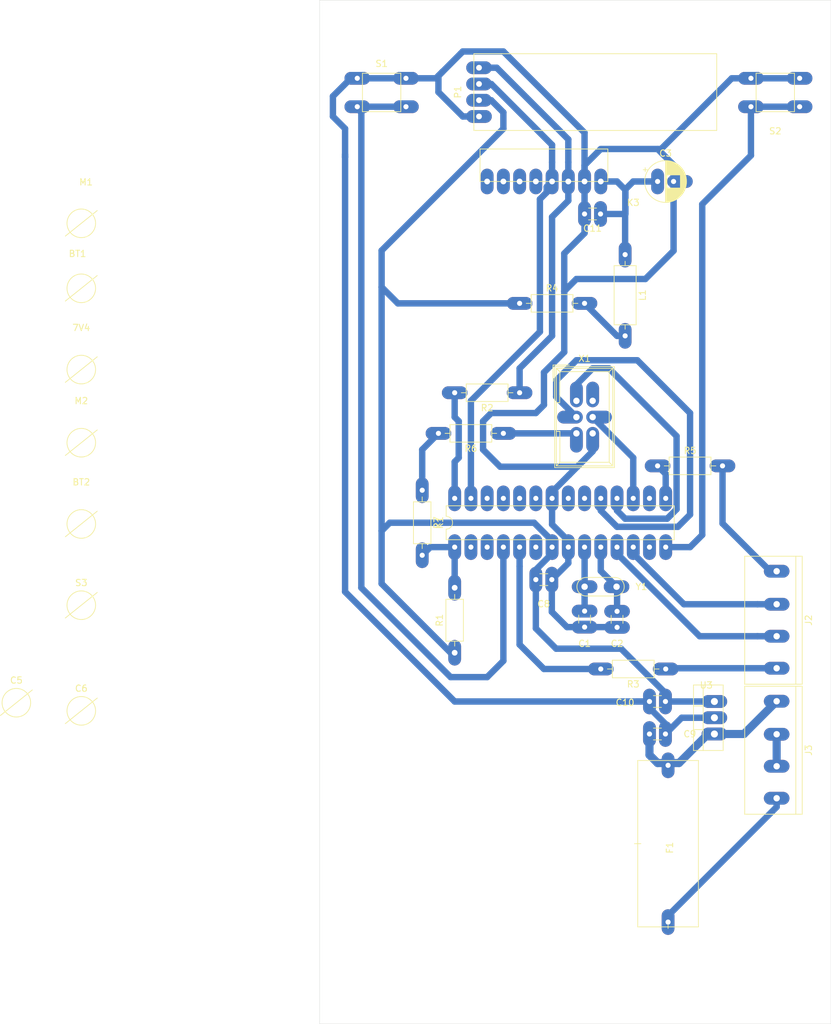
<source format=kicad_pcb>
(kicad_pcb (version 20171130) (host pcbnew "(5.1.2)-2")

  (general
    (thickness 1.6)
    (drawings 6)
    (tracks 211)
    (zones 0)
    (modules 34)
    (nets 38)
  )

  (page A4)
  (layers
    (0 F.Cu signal)
    (31 B.Cu signal)
    (32 B.Adhes user)
    (33 F.Adhes user)
    (34 B.Paste user)
    (35 F.Paste user)
    (36 B.SilkS user)
    (37 F.SilkS user)
    (38 B.Mask user)
    (39 F.Mask user)
    (40 Dwgs.User user)
    (41 Cmts.User user)
    (42 Eco1.User user)
    (43 Eco2.User user)
    (44 Edge.Cuts user)
    (45 Margin user)
    (46 B.CrtYd user)
    (47 F.CrtYd user)
    (48 B.Fab user)
    (49 F.Fab user)
  )

  (setup
    (last_trace_width 1)
    (user_trace_width 1)
    (user_trace_width 1.27)
    (user_trace_width 2.54)
    (trace_clearance 0.2)
    (zone_clearance 0.508)
    (zone_45_only no)
    (trace_min 0.2)
    (via_size 0.8)
    (via_drill 0.4)
    (via_min_size 0.4)
    (via_min_drill 0.3)
    (uvia_size 0.3)
    (uvia_drill 0.1)
    (uvias_allowed no)
    (uvia_min_size 0.2)
    (uvia_min_drill 0.1)
    (edge_width 0.05)
    (segment_width 0.2)
    (pcb_text_width 0.3)
    (pcb_text_size 1.5 1.5)
    (mod_edge_width 0.12)
    (mod_text_size 1 1)
    (mod_text_width 0.15)
    (pad_size 2 4)
    (pad_drill 1.1)
    (pad_to_mask_clearance 0.051)
    (solder_mask_min_width 0.25)
    (aux_axis_origin 0 0)
    (visible_elements 7FFFFFFF)
    (pcbplotparams
      (layerselection 0x010fc_ffffffff)
      (usegerberextensions false)
      (usegerberattributes false)
      (usegerberadvancedattributes false)
      (creategerberjobfile false)
      (excludeedgelayer true)
      (linewidth 0.100000)
      (plotframeref false)
      (viasonmask false)
      (mode 1)
      (useauxorigin false)
      (hpglpennumber 1)
      (hpglpenspeed 20)
      (hpglpendiameter 15.000000)
      (psnegative false)
      (psa4output false)
      (plotreference true)
      (plotvalue true)
      (plotinvisibletext false)
      (padsonsilk false)
      (subtractmaskfromsilk false)
      (outputformat 1)
      (mirror false)
      (drillshape 1)
      (scaleselection 1)
      (outputdirectory ""))
  )

  (net 0 "")
  (net 1 20Mhz_1)
  (net 2 GND)
  (net 3 20Mhz_2)
  (net 4 RESET)
  (net 5 D9-right_motor_backward)
  (net 6 "Net-(K1-Pad2)")
  (net 7 MOSI)
  (net 8 MISO)
  (net 9 D3-left_motor_forward)
  (net 10 SCK)
  (net 11 "Net-(K1-Pad6)")
  (net 12 "Net-(K1-Pad20)")
  (net 13 +5V)
  (net 14 "Net-(K1-Pad21)")
  (net 15 "Net-(K1-Pad23)")
  (net 16 "Net-(K1-Pad24)")
  (net 17 D5-left_motor_backward)
  (net 18 "Net-(K1-Pad25)")
  (net 19 D6-right_motor_forward)
  (net 20 "Net-(K1-Pad13)")
  (net 21 SDA)
  (net 22 SCL)
  (net 23 "Net-(C11-Pad1)")
  (net 24 "Net-(X1-Pad2)")
  (net 25 D2-button_RESET)
  (net 26 D1-button_SET)
  (net 27 "Net-(K1-Pad26)")
  (net 28 +7V4_500mA)
  (net 29 "Net-(F1-Pad2)")
  (net 30 "Net-(J2-Pad8)")
  (net 31 "Net-(J3-Pad6)")
  (net 32 "Net-(K1-Pad3)")
  (net 33 "Net-(K1-Pad16)")
  (net 34 "Net-(L1-Pad2)")
  (net 35 "Net-(J2-Pad5)")
  (net 36 "Net-(R6-Pad1)")
  (net 37 "Net-(R6-Pad2)")

  (net_class Default "Ceci est la Netclass par défaut."
    (clearance 0.2)
    (trace_width 0.25)
    (via_dia 0.8)
    (via_drill 0.4)
    (uvia_dia 0.3)
    (uvia_drill 0.1)
    (add_net +5V)
    (add_net +7V4_500mA)
    (add_net 20Mhz_1)
    (add_net 20Mhz_2)
    (add_net D1-button_SET)
    (add_net D2-button_RESET)
    (add_net D3-left_motor_forward)
    (add_net D5-left_motor_backward)
    (add_net D6-right_motor_forward)
    (add_net D9-right_motor_backward)
    (add_net GND)
    (add_net MISO)
    (add_net MOSI)
    (add_net "Net-(C11-Pad1)")
    (add_net "Net-(F1-Pad2)")
    (add_net "Net-(J2-Pad5)")
    (add_net "Net-(J2-Pad8)")
    (add_net "Net-(J3-Pad6)")
    (add_net "Net-(K1-Pad13)")
    (add_net "Net-(K1-Pad16)")
    (add_net "Net-(K1-Pad2)")
    (add_net "Net-(K1-Pad20)")
    (add_net "Net-(K1-Pad21)")
    (add_net "Net-(K1-Pad23)")
    (add_net "Net-(K1-Pad24)")
    (add_net "Net-(K1-Pad25)")
    (add_net "Net-(K1-Pad26)")
    (add_net "Net-(K1-Pad3)")
    (add_net "Net-(K1-Pad6)")
    (add_net "Net-(L1-Pad2)")
    (add_net "Net-(R6-Pad1)")
    (add_net "Net-(R6-Pad2)")
    (add_net "Net-(X1-Pad2)")
    (add_net RESET)
    (add_net SCK)
    (add_net SCL)
    (add_net SDA)
  )

  (module robot_self_balancing:TGL-Push_Button (layer F.Cu) (tedit 60827530) (tstamp 60832174)
    (at 121.285 34.925)
    (path /607F39F7)
    (fp_text reference S2 (at 0 10.541) (layer F.SilkS)
      (effects (font (size 1 1) (thickness 0.15)))
    )
    (fp_text value Set (at 0 -0.5) (layer F.Fab)
      (effects (font (size 1 1) (thickness 0.15)))
    )
    (fp_line (start 3 7.5) (end 3 1.5) (layer F.SilkS) (width 0.12))
    (fp_line (start -3 1.5) (end 3 1.5) (layer F.SilkS) (width 0.12))
    (fp_line (start -3 7.5) (end 3 7.5) (layer F.SilkS) (width 0.12))
    (fp_line (start -3 1.5) (end -3 7.5) (layer F.SilkS) (width 0.12))
    (pad 2 thru_hole oval (at 3.81 6.731) (size 4 2) (drill 0.8) (layers *.Cu *.Mask)
      (net 26 D1-button_SET))
    (pad 1 thru_hole oval (at 3.81 2.286) (size 4 2) (drill 0.8) (layers *.Cu *.Mask)
      (net 2 GND))
    (pad 2 thru_hole oval (at -3.81 6.731) (size 4 2) (drill 0.8) (layers *.Cu *.Mask)
      (net 26 D1-button_SET))
    (pad 1 thru_hole oval (at -3.81 2.286) (size 4 2) (drill 0.8) (layers *.Cu *.Mask)
      (net 2 GND))
  )

  (module robot_self_balancing:TGL-Push_Button (layer F.Cu) (tedit 60827530) (tstamp 60820005)
    (at 59.69 34.925)
    (path /607F31F0)
    (fp_text reference S1 (at 0 0) (layer F.SilkS)
      (effects (font (size 1 1) (thickness 0.15)))
    )
    (fp_text value Reset (at 0 8.89) (layer F.Fab)
      (effects (font (size 1 1) (thickness 0.15)))
    )
    (fp_line (start 3 7.5) (end 3 1.5) (layer F.SilkS) (width 0.12))
    (fp_line (start -3 1.5) (end 3 1.5) (layer F.SilkS) (width 0.12))
    (fp_line (start -3 7.5) (end 3 7.5) (layer F.SilkS) (width 0.12))
    (fp_line (start -3 1.5) (end -3 7.5) (layer F.SilkS) (width 0.12))
    (pad 2 thru_hole oval (at 3.81 6.731) (size 4 2) (drill 0.8) (layers *.Cu *.Mask)
      (net 25 D2-button_RESET))
    (pad 1 thru_hole oval (at 3.81 2.286) (size 4 2) (drill 0.8) (layers *.Cu *.Mask)
      (net 2 GND))
    (pad 2 thru_hole oval (at -3.81 6.731) (size 4 2) (drill 0.8) (layers *.Cu *.Mask)
      (net 25 D2-button_RESET))
    (pad 1 thru_hole oval (at -3.81 2.286) (size 4 2) (drill 0.8) (layers *.Cu *.Mask)
      (net 2 GND))
  )

  (module robot_self_balancing:TGL-OLED_Screen (layer F.Cu) (tedit 607ED143) (tstamp 607F4DC7)
    (at 71.12 39.37 90)
    (path /608002E0)
    (fp_text reference P1 (at 0 0.5 90) (layer F.SilkS)
      (effects (font (size 1 1) (thickness 0.15)))
    )
    (fp_text value OLED_Screen (at 0 -6.35 180) (layer F.Fab)
      (effects (font (size 1 1) (thickness 0.15)))
    )
    (fp_line (start -6 41) (end -6 3) (layer F.SilkS) (width 0.12))
    (fp_line (start 6 41) (end -6 41) (layer F.SilkS) (width 0.12))
    (fp_line (start 6 3) (end 6 41) (layer F.SilkS) (width 0.12))
    (fp_line (start -6 3) (end 6 3) (layer F.SilkS) (width 0.12))
    (pad 1 thru_hole oval (at -3.81 3.81 90) (size 2 4) (drill 0.9) (layers *.Cu *.Mask)
      (net 2 GND))
    (pad 2 thru_hole oval (at -1.27 3.81 90) (size 2 4) (drill 0.9) (layers *.Cu *.Mask)
      (net 13 +5V))
    (pad 4 thru_hole oval (at 3.81 3.81 90) (size 2 4) (drill 0.9) (layers *.Cu *.Mask)
      (net 22 SCL))
    (pad 3 thru_hole oval (at 1.27 3.81 90) (size 2 4) (drill 0.9) (layers *.Cu *.Mask)
      (net 21 SDA))
  )

  (module robot_self_balancing:TGL_R (layer F.Cu) (tedit 607EC664) (tstamp 6082B8E5)
    (at 66.04 101.6 270)
    (descr "Resistor, Axial_DIN0207 series, Axial, Horizontal, pin pitch=10.16mm, 0.25W = 1/4W, length*diameter=6.3*2.5mm^2, http://cdn-reichelt.de/documents/datenblatt/B400/1_4W%23YAG.pdf")
    (tags "Resistor Axial_DIN0207 series Axial Horizontal pin pitch 10.16mm 0.25W = 1/4W length 6.3mm diameter 2.5mm")
    (path /608774CC)
    (fp_text reference R7 (at 5.08 -2.37 90) (layer F.SilkS)
      (effects (font (size 1 1) (thickness 0.15)))
    )
    (fp_text value 0_Ohms (at 5.08 2.37 90) (layer F.Fab)
      (effects (font (size 1 1) (thickness 0.15)))
    )
    (fp_text user %R (at 5.08 0 90) (layer F.Fab)
      (effects (font (size 1 1) (thickness 0.15)))
    )
    (fp_line (start 11.21 -1.5) (end -1.05 -1.5) (layer F.CrtYd) (width 0.05))
    (fp_line (start 11.21 1.5) (end 11.21 -1.5) (layer F.CrtYd) (width 0.05))
    (fp_line (start -1.05 1.5) (end 11.21 1.5) (layer F.CrtYd) (width 0.05))
    (fp_line (start -1.05 -1.5) (end -1.05 1.5) (layer F.CrtYd) (width 0.05))
    (fp_line (start 9.12 0) (end 8.35 0) (layer F.SilkS) (width 0.12))
    (fp_line (start 1.04 0) (end 1.81 0) (layer F.SilkS) (width 0.12))
    (fp_line (start 8.35 -1.37) (end 1.81 -1.37) (layer F.SilkS) (width 0.12))
    (fp_line (start 8.35 1.37) (end 8.35 -1.37) (layer F.SilkS) (width 0.12))
    (fp_line (start 1.81 1.37) (end 8.35 1.37) (layer F.SilkS) (width 0.12))
    (fp_line (start 1.81 -1.37) (end 1.81 1.37) (layer F.SilkS) (width 0.12))
    (fp_line (start 10.16 0) (end 8.23 0) (layer F.Fab) (width 0.1))
    (fp_line (start 0 0) (end 1.93 0) (layer F.Fab) (width 0.1))
    (fp_line (start 8.23 -1.25) (end 1.93 -1.25) (layer F.Fab) (width 0.1))
    (fp_line (start 8.23 1.25) (end 8.23 -1.25) (layer F.Fab) (width 0.1))
    (fp_line (start 1.93 1.25) (end 8.23 1.25) (layer F.Fab) (width 0.1))
    (fp_line (start 1.93 -1.25) (end 1.93 1.25) (layer F.Fab) (width 0.1))
    (pad 2 thru_hole oval (at 10.16 0 270) (size 4 2) (drill 0.8) (layers *.Cu *.Mask)
      (net 4 RESET))
    (pad 1 thru_hole oval (at 0 0 270) (size 4 2) (drill 0.8) (layers *.Cu *.Mask)
      (net 37 "Net-(R6-Pad2)"))
    (model ${KISYS3DMOD}/Resistor_THT.3dshapes/R_Axial_DIN0207_L6.3mm_D2.5mm_P10.16mm_Horizontal.wrl
      (at (xyz 0 0 0))
      (scale (xyz 1 1 1))
      (rotate (xyz 0 0 0))
    )
  )

  (module robot_self_balancing:TGL_R (layer F.Cu) (tedit 607EC664) (tstamp 6082A41D)
    (at 78.74 92.71 180)
    (descr "Resistor, Axial_DIN0207 series, Axial, Horizontal, pin pitch=10.16mm, 0.25W = 1/4W, length*diameter=6.3*2.5mm^2, http://cdn-reichelt.de/documents/datenblatt/B400/1_4W%23YAG.pdf")
    (tags "Resistor Axial_DIN0207 series Axial Horizontal pin pitch 10.16mm 0.25W = 1/4W length 6.3mm diameter 2.5mm")
    (path /6086C694)
    (fp_text reference R6 (at 5.08 -2.37) (layer F.SilkS)
      (effects (font (size 1 1) (thickness 0.15)))
    )
    (fp_text value 0_Ohms (at 5.08 2.37) (layer F.Fab)
      (effects (font (size 1 1) (thickness 0.15)))
    )
    (fp_text user %R (at 5.08 0) (layer F.Fab)
      (effects (font (size 1 1) (thickness 0.15)))
    )
    (fp_line (start 11.21 -1.5) (end -1.05 -1.5) (layer F.CrtYd) (width 0.05))
    (fp_line (start 11.21 1.5) (end 11.21 -1.5) (layer F.CrtYd) (width 0.05))
    (fp_line (start -1.05 1.5) (end 11.21 1.5) (layer F.CrtYd) (width 0.05))
    (fp_line (start -1.05 -1.5) (end -1.05 1.5) (layer F.CrtYd) (width 0.05))
    (fp_line (start 9.12 0) (end 8.35 0) (layer F.SilkS) (width 0.12))
    (fp_line (start 1.04 0) (end 1.81 0) (layer F.SilkS) (width 0.12))
    (fp_line (start 8.35 -1.37) (end 1.81 -1.37) (layer F.SilkS) (width 0.12))
    (fp_line (start 8.35 1.37) (end 8.35 -1.37) (layer F.SilkS) (width 0.12))
    (fp_line (start 1.81 1.37) (end 8.35 1.37) (layer F.SilkS) (width 0.12))
    (fp_line (start 1.81 -1.37) (end 1.81 1.37) (layer F.SilkS) (width 0.12))
    (fp_line (start 10.16 0) (end 8.23 0) (layer F.Fab) (width 0.1))
    (fp_line (start 0 0) (end 1.93 0) (layer F.Fab) (width 0.1))
    (fp_line (start 8.23 -1.25) (end 1.93 -1.25) (layer F.Fab) (width 0.1))
    (fp_line (start 8.23 1.25) (end 8.23 -1.25) (layer F.Fab) (width 0.1))
    (fp_line (start 1.93 1.25) (end 8.23 1.25) (layer F.Fab) (width 0.1))
    (fp_line (start 1.93 -1.25) (end 1.93 1.25) (layer F.Fab) (width 0.1))
    (pad 2 thru_hole oval (at 10.16 0 180) (size 4 2) (drill 0.8) (layers *.Cu *.Mask)
      (net 37 "Net-(R6-Pad2)"))
    (pad 1 thru_hole oval (at 0 0 180) (size 4 2) (drill 0.8) (layers *.Cu *.Mask)
      (net 36 "Net-(R6-Pad1)"))
    (model ${KISYS3DMOD}/Resistor_THT.3dshapes/R_Axial_DIN0207_L6.3mm_D2.5mm_P10.16mm_Horizontal.wrl
      (at (xyz 0 0 0))
      (scale (xyz 1 1 1))
      (rotate (xyz 0 0 0))
    )
  )

  (module robot_self_balancing:TGL_R (layer F.Cu) (tedit 607EC664) (tstamp 60829A13)
    (at 102.87 97.79)
    (descr "Resistor, Axial_DIN0207 series, Axial, Horizontal, pin pitch=10.16mm, 0.25W = 1/4W, length*diameter=6.3*2.5mm^2, http://cdn-reichelt.de/documents/datenblatt/B400/1_4W%23YAG.pdf")
    (tags "Resistor Axial_DIN0207 series Axial Horizontal pin pitch 10.16mm 0.25W = 1/4W length 6.3mm diameter 2.5mm")
    (path /6086802F)
    (fp_text reference R5 (at 5.08 -2.37) (layer F.SilkS)
      (effects (font (size 1 1) (thickness 0.15)))
    )
    (fp_text value 0_Ohms (at 5.08 2.37) (layer F.Fab)
      (effects (font (size 1 1) (thickness 0.15)))
    )
    (fp_text user %R (at 5.08 0) (layer F.Fab)
      (effects (font (size 1 1) (thickness 0.15)))
    )
    (fp_line (start 11.21 -1.5) (end -1.05 -1.5) (layer F.CrtYd) (width 0.05))
    (fp_line (start 11.21 1.5) (end 11.21 -1.5) (layer F.CrtYd) (width 0.05))
    (fp_line (start -1.05 1.5) (end 11.21 1.5) (layer F.CrtYd) (width 0.05))
    (fp_line (start -1.05 -1.5) (end -1.05 1.5) (layer F.CrtYd) (width 0.05))
    (fp_line (start 9.12 0) (end 8.35 0) (layer F.SilkS) (width 0.12))
    (fp_line (start 1.04 0) (end 1.81 0) (layer F.SilkS) (width 0.12))
    (fp_line (start 8.35 -1.37) (end 1.81 -1.37) (layer F.SilkS) (width 0.12))
    (fp_line (start 8.35 1.37) (end 8.35 -1.37) (layer F.SilkS) (width 0.12))
    (fp_line (start 1.81 1.37) (end 8.35 1.37) (layer F.SilkS) (width 0.12))
    (fp_line (start 1.81 -1.37) (end 1.81 1.37) (layer F.SilkS) (width 0.12))
    (fp_line (start 10.16 0) (end 8.23 0) (layer F.Fab) (width 0.1))
    (fp_line (start 0 0) (end 1.93 0) (layer F.Fab) (width 0.1))
    (fp_line (start 8.23 -1.25) (end 1.93 -1.25) (layer F.Fab) (width 0.1))
    (fp_line (start 8.23 1.25) (end 8.23 -1.25) (layer F.Fab) (width 0.1))
    (fp_line (start 1.93 1.25) (end 8.23 1.25) (layer F.Fab) (width 0.1))
    (fp_line (start 1.93 -1.25) (end 1.93 1.25) (layer F.Fab) (width 0.1))
    (pad 2 thru_hole oval (at 10.16 0) (size 4 2) (drill 0.8) (layers *.Cu *.Mask)
      (net 35 "Net-(J2-Pad5)"))
    (pad 1 thru_hole oval (at 0 0) (size 4 2) (drill 0.8) (layers *.Cu *.Mask)
      (net 5 D9-right_motor_backward))
    (model ${KISYS3DMOD}/Resistor_THT.3dshapes/R_Axial_DIN0207_L6.3mm_D2.5mm_P10.16mm_Horizontal.wrl
      (at (xyz 0 0 0))
      (scale (xyz 1 1 1))
      (rotate (xyz 0 0 0))
    )
  )

  (module robot_self_balancing:TGL_R (layer F.Cu) (tedit 607EC664) (tstamp 6082878E)
    (at 81.28 72.39)
    (descr "Resistor, Axial_DIN0207 series, Axial, Horizontal, pin pitch=10.16mm, 0.25W = 1/4W, length*diameter=6.3*2.5mm^2, http://cdn-reichelt.de/documents/datenblatt/B400/1_4W%23YAG.pdf")
    (tags "Resistor Axial_DIN0207 series Axial Horizontal pin pitch 10.16mm 0.25W = 1/4W length 6.3mm diameter 2.5mm")
    (path /6085895F)
    (fp_text reference R4 (at 5.08 -2.37) (layer F.SilkS)
      (effects (font (size 1 1) (thickness 0.15)))
    )
    (fp_text value 0_Ohms (at 5.08 2.37) (layer F.Fab)
      (effects (font (size 1 1) (thickness 0.15)))
    )
    (fp_text user %R (at 5.08 0) (layer F.Fab)
      (effects (font (size 1 1) (thickness 0.15)))
    )
    (fp_line (start 11.21 -1.5) (end -1.05 -1.5) (layer F.CrtYd) (width 0.05))
    (fp_line (start 11.21 1.5) (end 11.21 -1.5) (layer F.CrtYd) (width 0.05))
    (fp_line (start -1.05 1.5) (end 11.21 1.5) (layer F.CrtYd) (width 0.05))
    (fp_line (start -1.05 -1.5) (end -1.05 1.5) (layer F.CrtYd) (width 0.05))
    (fp_line (start 9.12 0) (end 8.35 0) (layer F.SilkS) (width 0.12))
    (fp_line (start 1.04 0) (end 1.81 0) (layer F.SilkS) (width 0.12))
    (fp_line (start 8.35 -1.37) (end 1.81 -1.37) (layer F.SilkS) (width 0.12))
    (fp_line (start 8.35 1.37) (end 8.35 -1.37) (layer F.SilkS) (width 0.12))
    (fp_line (start 1.81 1.37) (end 8.35 1.37) (layer F.SilkS) (width 0.12))
    (fp_line (start 1.81 -1.37) (end 1.81 1.37) (layer F.SilkS) (width 0.12))
    (fp_line (start 10.16 0) (end 8.23 0) (layer F.Fab) (width 0.1))
    (fp_line (start 0 0) (end 1.93 0) (layer F.Fab) (width 0.1))
    (fp_line (start 8.23 -1.25) (end 1.93 -1.25) (layer F.Fab) (width 0.1))
    (fp_line (start 8.23 1.25) (end 8.23 -1.25) (layer F.Fab) (width 0.1))
    (fp_line (start 1.93 1.25) (end 8.23 1.25) (layer F.Fab) (width 0.1))
    (fp_line (start 1.93 -1.25) (end 1.93 1.25) (layer F.Fab) (width 0.1))
    (pad 2 thru_hole oval (at 10.16 0) (size 4 2) (drill 0.8) (layers *.Cu *.Mask)
      (net 34 "Net-(L1-Pad2)"))
    (pad 1 thru_hole oval (at 0 0) (size 4 2) (drill 0.8) (layers *.Cu *.Mask)
      (net 13 +5V))
    (model ${KISYS3DMOD}/Resistor_THT.3dshapes/R_Axial_DIN0207_L6.3mm_D2.5mm_P10.16mm_Horizontal.wrl
      (at (xyz 0 0 0))
      (scale (xyz 1 1 1))
      (rotate (xyz 0 0 0))
    )
  )

  (module robot_self_balancing:TGL_R (layer F.Cu) (tedit 607EC664) (tstamp 60826863)
    (at 104.14 129.54 180)
    (descr "Resistor, Axial_DIN0207 series, Axial, Horizontal, pin pitch=10.16mm, 0.25W = 1/4W, length*diameter=6.3*2.5mm^2, http://cdn-reichelt.de/documents/datenblatt/B400/1_4W%23YAG.pdf")
    (tags "Resistor Axial_DIN0207 series Axial Horizontal pin pitch 10.16mm 0.25W = 1/4W length 6.3mm diameter 2.5mm")
    (path /609ABF0D)
    (fp_text reference R3 (at 5.08 -2.37) (layer F.SilkS)
      (effects (font (size 1 1) (thickness 0.15)))
    )
    (fp_text value 0_Ohms (at 5.08 2.37) (layer F.Fab)
      (effects (font (size 1 1) (thickness 0.15)))
    )
    (fp_text user %R (at 5.08 0) (layer F.Fab)
      (effects (font (size 1 1) (thickness 0.15)))
    )
    (fp_line (start 11.21 -1.5) (end -1.05 -1.5) (layer F.CrtYd) (width 0.05))
    (fp_line (start 11.21 1.5) (end 11.21 -1.5) (layer F.CrtYd) (width 0.05))
    (fp_line (start -1.05 1.5) (end 11.21 1.5) (layer F.CrtYd) (width 0.05))
    (fp_line (start -1.05 -1.5) (end -1.05 1.5) (layer F.CrtYd) (width 0.05))
    (fp_line (start 9.12 0) (end 8.35 0) (layer F.SilkS) (width 0.12))
    (fp_line (start 1.04 0) (end 1.81 0) (layer F.SilkS) (width 0.12))
    (fp_line (start 8.35 -1.37) (end 1.81 -1.37) (layer F.SilkS) (width 0.12))
    (fp_line (start 8.35 1.37) (end 8.35 -1.37) (layer F.SilkS) (width 0.12))
    (fp_line (start 1.81 1.37) (end 8.35 1.37) (layer F.SilkS) (width 0.12))
    (fp_line (start 1.81 -1.37) (end 1.81 1.37) (layer F.SilkS) (width 0.12))
    (fp_line (start 10.16 0) (end 8.23 0) (layer F.Fab) (width 0.1))
    (fp_line (start 0 0) (end 1.93 0) (layer F.Fab) (width 0.1))
    (fp_line (start 8.23 -1.25) (end 1.93 -1.25) (layer F.Fab) (width 0.1))
    (fp_line (start 8.23 1.25) (end 8.23 -1.25) (layer F.Fab) (width 0.1))
    (fp_line (start 1.93 1.25) (end 8.23 1.25) (layer F.Fab) (width 0.1))
    (fp_line (start 1.93 -1.25) (end 1.93 1.25) (layer F.Fab) (width 0.1))
    (pad 2 thru_hole oval (at 10.16 0 180) (size 4 2) (drill 0.8) (layers *.Cu *.Mask)
      (net 9 D3-left_motor_forward))
    (pad 1 thru_hole oval (at 0 0 180) (size 4 2) (drill 0.8) (layers *.Cu *.Mask)
      (net 30 "Net-(J2-Pad8)"))
    (model ${KISYS3DMOD}/Resistor_THT.3dshapes/R_Axial_DIN0207_L6.3mm_D2.5mm_P10.16mm_Horizontal.wrl
      (at (xyz 0 0 0))
      (scale (xyz 1 1 1))
      (rotate (xyz 0 0 0))
    )
  )

  (module robot_self_balancing:TGL_R (layer F.Cu) (tedit 607EC664) (tstamp 60825F0D)
    (at 81.28 86.36 180)
    (descr "Resistor, Axial_DIN0207 series, Axial, Horizontal, pin pitch=10.16mm, 0.25W = 1/4W, length*diameter=6.3*2.5mm^2, http://cdn-reichelt.de/documents/datenblatt/B400/1_4W%23YAG.pdf")
    (tags "Resistor Axial_DIN0207 series Axial Horizontal pin pitch 10.16mm 0.25W = 1/4W length 6.3mm diameter 2.5mm")
    (path /609A442D)
    (fp_text reference R2 (at 5.08 -2.37) (layer F.SilkS)
      (effects (font (size 1 1) (thickness 0.15)))
    )
    (fp_text value 0_Ohms (at 5.08 2.37) (layer F.Fab)
      (effects (font (size 1 1) (thickness 0.15)))
    )
    (fp_text user %R (at 5.08 0) (layer F.Fab)
      (effects (font (size 1 1) (thickness 0.15)))
    )
    (fp_line (start 11.21 -1.5) (end -1.05 -1.5) (layer F.CrtYd) (width 0.05))
    (fp_line (start 11.21 1.5) (end 11.21 -1.5) (layer F.CrtYd) (width 0.05))
    (fp_line (start -1.05 1.5) (end 11.21 1.5) (layer F.CrtYd) (width 0.05))
    (fp_line (start -1.05 -1.5) (end -1.05 1.5) (layer F.CrtYd) (width 0.05))
    (fp_line (start 9.12 0) (end 8.35 0) (layer F.SilkS) (width 0.12))
    (fp_line (start 1.04 0) (end 1.81 0) (layer F.SilkS) (width 0.12))
    (fp_line (start 8.35 -1.37) (end 1.81 -1.37) (layer F.SilkS) (width 0.12))
    (fp_line (start 8.35 1.37) (end 8.35 -1.37) (layer F.SilkS) (width 0.12))
    (fp_line (start 1.81 1.37) (end 8.35 1.37) (layer F.SilkS) (width 0.12))
    (fp_line (start 1.81 -1.37) (end 1.81 1.37) (layer F.SilkS) (width 0.12))
    (fp_line (start 10.16 0) (end 8.23 0) (layer F.Fab) (width 0.1))
    (fp_line (start 0 0) (end 1.93 0) (layer F.Fab) (width 0.1))
    (fp_line (start 8.23 -1.25) (end 1.93 -1.25) (layer F.Fab) (width 0.1))
    (fp_line (start 8.23 1.25) (end 8.23 -1.25) (layer F.Fab) (width 0.1))
    (fp_line (start 1.93 1.25) (end 8.23 1.25) (layer F.Fab) (width 0.1))
    (fp_line (start 1.93 -1.25) (end 1.93 1.25) (layer F.Fab) (width 0.1))
    (pad 2 thru_hole oval (at 10.16 0 180) (size 4 2) (drill 0.8) (layers *.Cu *.Mask)
      (net 22 SCL))
    (pad 1 thru_hole oval (at 0 0 180) (size 4 2) (drill 0.8) (layers *.Cu *.Mask)
      (net 22 SCL))
    (model ${KISYS3DMOD}/Resistor_THT.3dshapes/R_Axial_DIN0207_L6.3mm_D2.5mm_P10.16mm_Horizontal.wrl
      (at (xyz 0 0 0))
      (scale (xyz 1 1 1))
      (rotate (xyz 0 0 0))
    )
  )

  (module robot_self_balancing:TGL-Bornier4Pins_mm (layer F.Cu) (tedit 60817A5F) (tstamp 6081F49E)
    (at 127 121.92 270)
    (path /6090C2E3)
    (fp_text reference J2 (at 0 0.5 90) (layer F.SilkS)
      (effects (font (size 1 1) (thickness 0.15)))
    )
    (fp_text value "Motor commands" (at 0 -0.5 90) (layer F.Fab)
      (effects (font (size 1 1) (thickness 0.15)))
    )
    (fp_line (start -10 2.5) (end 10 2.5) (layer F.SilkS) (width 0.12))
    (fp_line (start 10 1.5) (end -10 1.5) (layer F.SilkS) (width 0.12))
    (fp_line (start 10 10.5) (end 10 1.5) (layer F.SilkS) (width 0.12))
    (fp_line (start -10 10.5) (end 10 10.5) (layer F.SilkS) (width 0.12))
    (fp_line (start -10 1.5) (end -10 10.5) (layer F.SilkS) (width 0.12))
    (pad 5 thru_hole oval (at -7.66 5.5 270) (size 2 4) (drill 1) (layers *.Cu *.Mask)
      (net 35 "Net-(J2-Pad5)"))
    (pad 8 thru_hole oval (at 7.5 5.5 90) (size 2 4) (drill 1) (layers *.Cu *.Mask)
      (net 30 "Net-(J2-Pad8)"))
    (pad 7 thru_hole oval (at 2.5 5.5 270) (size 2 4) (drill 1) (layers *.Cu *.Mask)
      (net 17 D5-left_motor_backward))
    (pad 6 thru_hole oval (at -2.5 5.5 270) (size 2 4) (drill 1) (layers *.Cu *.Mask)
      (net 19 D6-right_motor_forward))
  )

  (module robot_self_balancing:TGL-MPU_6050-perpendiculaire (layer F.Cu) (tedit 608176A8) (tstamp 608220BE)
    (at 85.09 57.15 180)
    (path /607F14C0)
    (fp_text reference K3 (at -13.97 0.5) (layer F.SilkS)
      (effects (font (size 1 1) (thickness 0.15)))
    )
    (fp_text value MPU-6050 (at -16.51 -1.27) (layer F.Fab)
      (effects (font (size 1 1) (thickness 0.15)))
    )
    (fp_line (start -10 8.89) (end -10 3.81) (layer F.SilkS) (width 0.12))
    (fp_line (start 10 8.89) (end -10 8.89) (layer F.SilkS) (width 0.12))
    (fp_line (start 10 3.81) (end 10 8.89) (layer F.SilkS) (width 0.12))
    (fp_line (start -10 3.81) (end 10 3.81) (layer F.SilkS) (width 0.12))
    (pad 13 thru_hole oval (at -8.89 3.81 180) (size 2 4) (drill 0.9) (layers *.Cu *.Mask)
      (net 23 "Net-(C11-Pad1)"))
    (pad 18 thru_hole oval (at -6.35 3.81 180) (size 2 4) (drill 0.9) (layers *.Cu *.Mask)
      (net 2 GND))
    (pad "" thru_hole oval (at 8.89 3.81 180) (size 2 4) (drill 0.9) (layers *.Cu *.Mask))
    (pad "" thru_hole oval (at 6.35 3.81 180) (size 2 4) (drill 0.9) (layers *.Cu *.Mask))
    (pad "" thru_hole oval (at 3.81 3.81 180) (size 2 4) (drill 0.9) (layers *.Cu *.Mask))
    (pad "" thru_hole oval (at 1.27 3.81 180) (size 2 4) (drill 0.9) (layers *.Cu *.Mask))
    (pad 24 thru_hole oval (at -1.27 3.81 180) (size 2 4) (drill 0.9) (layers *.Cu *.Mask)
      (net 21 SDA))
    (pad 23 thru_hole oval (at -3.81 3.81 180) (size 2 4) (drill 0.9) (layers *.Cu *.Mask)
      (net 22 SCL))
  )

  (module robot_self_balancing:TGL-C_12pF (layer F.Cu) (tedit 608123D2) (tstamp 60820907)
    (at 104.1 134.62 180)
    (descr "C, Disc series, Radial, pin pitch=2.50mm, , diameter*width=3.0*1.6mm^2, Capacitor, http://www.vishay.com/docs/45233/krseries.pdf")
    (tags "C Disc series Radial pin pitch 2.50mm  diameter 3.0mm width 1.6mm Capacitor")
    (path /607FFB85)
    (fp_text reference C10 (at 6.32 -0.16) (layer F.SilkS)
      (effects (font (size 1 1) (thickness 0.15)))
    )
    (fp_text value 100nF (at 11.4 -0.16) (layer F.Fab)
      (effects (font (size 1 1) (thickness 0.15)))
    )
    (fp_text user %R (at 1.25 0) (layer F.Fab)
      (effects (font (size 0.6 0.6) (thickness 0.09)))
    )
    (fp_line (start 3.55 -1.05) (end -1.05 -1.05) (layer F.CrtYd) (width 0.05))
    (fp_line (start 3.55 1.05) (end 3.55 -1.05) (layer F.CrtYd) (width 0.05))
    (fp_line (start -1.05 1.05) (end 3.55 1.05) (layer F.CrtYd) (width 0.05))
    (fp_line (start -1.05 -1.05) (end -1.05 1.05) (layer F.CrtYd) (width 0.05))
    (fp_line (start 0.621 0.92) (end 1.879 0.92) (layer F.SilkS) (width 0.12))
    (fp_line (start 0.621 -0.92) (end 1.879 -0.92) (layer F.SilkS) (width 0.12))
    (fp_line (start 2.75 -0.8) (end -0.25 -0.8) (layer F.Fab) (width 0.1))
    (fp_line (start 2.75 0.8) (end 2.75 -0.8) (layer F.Fab) (width 0.1))
    (fp_line (start -0.25 0.8) (end 2.75 0.8) (layer F.Fab) (width 0.1))
    (fp_line (start -0.25 -0.8) (end -0.25 0.8) (layer F.Fab) (width 0.1))
    (pad 2 thru_hole oval (at 2.5 0 180) (size 2 4) (drill 0.8) (layers *.Cu *.Mask)
      (net 2 GND))
    (pad 1 thru_hole oval (at 0 0 180) (size 2 4) (drill 0.8) (layers *.Cu *.Mask)
      (net 13 +5V))
    (model ${KISYS3DMOD}/Capacitor_THT.3dshapes/C_Disc_D3.0mm_W1.6mm_P2.50mm.wrl
      (at (xyz 0 0 0))
      (scale (xyz 1 1 1))
      (rotate (xyz 0 0 0))
    )
  )

  (module robot_self_balancing:TGL-C_12pF (layer F.Cu) (tedit 608123D2) (tstamp 608205D3)
    (at 104.1 139.7 180)
    (descr "C, Disc series, Radial, pin pitch=2.50mm, , diameter*width=3.0*1.6mm^2, Capacitor, http://www.vishay.com/docs/45233/krseries.pdf")
    (tags "C Disc series Radial pin pitch 2.50mm  diameter 3.0mm width 1.6mm Capacitor")
    (path /607FEC3B)
    (fp_text reference C9 (at -3.81 0) (layer F.SilkS)
      (effects (font (size 1 1) (thickness 0.15)))
    )
    (fp_text value 100nF (at -8.89 0) (layer F.Fab)
      (effects (font (size 1 1) (thickness 0.15)))
    )
    (fp_text user %R (at 1.25 0) (layer F.Fab)
      (effects (font (size 0.6 0.6) (thickness 0.09)))
    )
    (fp_line (start 3.55 -1.05) (end -1.05 -1.05) (layer F.CrtYd) (width 0.05))
    (fp_line (start 3.55 1.05) (end 3.55 -1.05) (layer F.CrtYd) (width 0.05))
    (fp_line (start -1.05 1.05) (end 3.55 1.05) (layer F.CrtYd) (width 0.05))
    (fp_line (start -1.05 -1.05) (end -1.05 1.05) (layer F.CrtYd) (width 0.05))
    (fp_line (start 0.621 0.92) (end 1.879 0.92) (layer F.SilkS) (width 0.12))
    (fp_line (start 0.621 -0.92) (end 1.879 -0.92) (layer F.SilkS) (width 0.12))
    (fp_line (start 2.75 -0.8) (end -0.25 -0.8) (layer F.Fab) (width 0.1))
    (fp_line (start 2.75 0.8) (end 2.75 -0.8) (layer F.Fab) (width 0.1))
    (fp_line (start -0.25 0.8) (end 2.75 0.8) (layer F.Fab) (width 0.1))
    (fp_line (start -0.25 -0.8) (end -0.25 0.8) (layer F.Fab) (width 0.1))
    (pad 2 thru_hole oval (at 2.5 0 180) (size 2 4) (drill 0.8) (layers *.Cu *.Mask)
      (net 28 +7V4_500mA))
    (pad 1 thru_hole oval (at 0 0 180) (size 2 4) (drill 0.8) (layers *.Cu *.Mask)
      (net 2 GND))
    (model ${KISYS3DMOD}/Capacitor_THT.3dshapes/C_Disc_D3.0mm_W1.6mm_P2.50mm.wrl
      (at (xyz 0 0 0))
      (scale (xyz 1 1 1))
      (rotate (xyz 0 0 0))
    )
  )

  (module robot_self_balancing:TGL-C_12pF (layer F.Cu) (tedit 608123D2) (tstamp 60820892)
    (at 86.32 115.57 180)
    (descr "C, Disc series, Radial, pin pitch=2.50mm, , diameter*width=3.0*1.6mm^2, Capacitor, http://www.vishay.com/docs/45233/krseries.pdf")
    (tags "C Disc series Radial pin pitch 2.50mm  diameter 3.0mm width 1.6mm Capacitor")
    (path /6083C484)
    (fp_text reference C8 (at 1.27 -3.81) (layer F.SilkS)
      (effects (font (size 1 1) (thickness 0.15)))
    )
    (fp_text value "100 nF" (at 1.23 3.81) (layer F.Fab)
      (effects (font (size 1 1) (thickness 0.15)))
    )
    (fp_text user %R (at 1.25 0) (layer F.Fab)
      (effects (font (size 0.6 0.6) (thickness 0.09)))
    )
    (fp_line (start 3.55 -1.05) (end -1.05 -1.05) (layer F.CrtYd) (width 0.05))
    (fp_line (start 3.55 1.05) (end 3.55 -1.05) (layer F.CrtYd) (width 0.05))
    (fp_line (start -1.05 1.05) (end 3.55 1.05) (layer F.CrtYd) (width 0.05))
    (fp_line (start -1.05 -1.05) (end -1.05 1.05) (layer F.CrtYd) (width 0.05))
    (fp_line (start 0.621 0.92) (end 1.879 0.92) (layer F.SilkS) (width 0.12))
    (fp_line (start 0.621 -0.92) (end 1.879 -0.92) (layer F.SilkS) (width 0.12))
    (fp_line (start 2.75 -0.8) (end -0.25 -0.8) (layer F.Fab) (width 0.1))
    (fp_line (start 2.75 0.8) (end 2.75 -0.8) (layer F.Fab) (width 0.1))
    (fp_line (start -0.25 0.8) (end 2.75 0.8) (layer F.Fab) (width 0.1))
    (fp_line (start -0.25 -0.8) (end -0.25 0.8) (layer F.Fab) (width 0.1))
    (pad 2 thru_hole oval (at 2.5 0 180) (size 2 4) (drill 0.8) (layers *.Cu *.Mask)
      (net 13 +5V))
    (pad 1 thru_hole oval (at 0 0 180) (size 2 4) (drill 0.8) (layers *.Cu *.Mask)
      (net 2 GND))
    (model ${KISYS3DMOD}/Capacitor_THT.3dshapes/C_Disc_D3.0mm_W1.6mm_P2.50mm.wrl
      (at (xyz 0 0 0))
      (scale (xyz 1 1 1))
      (rotate (xyz 0 0 0))
    )
  )

  (module robot_self_balancing:TGL-NO_PRINT (layer F.Cu) (tedit 60811E96) (tstamp 608205B1)
    (at 12.7 132.08)
    (path /6080F4E8)
    (fp_text reference C6 (at 0 0.5) (layer F.SilkS)
      (effects (font (size 1 1) (thickness 0.15)))
    )
    (fp_text value "1 mF" (at 0 -0.5) (layer F.Fab)
      (effects (font (size 1 1) (thickness 0.15)))
    )
    (fp_line (start 2.5 2) (end -2.5 6) (layer F.SilkS) (width 0.12))
    (fp_circle (center 0 4) (end 1 2) (layer F.SilkS) (width 0.12))
  )

  (module robot_self_balancing:TGL-NO_PRINT (layer F.Cu) (tedit 60811E96) (tstamp 608205AB)
    (at 2.54 130.81)
    (path /6080D5A6)
    (fp_text reference C5 (at 0 0.5) (layer F.SilkS)
      (effects (font (size 1 1) (thickness 0.15)))
    )
    (fp_text value "1 mF" (at 0 -0.5) (layer F.Fab)
      (effects (font (size 1 1) (thickness 0.15)))
    )
    (fp_line (start 2.5 2) (end -2.5 6) (layer F.SilkS) (width 0.12))
    (fp_circle (center 0 4) (end 1 2) (layer F.SilkS) (width 0.12))
  )

  (module robot_self_balancing:TGL-Bornier4Pins_mm (layer F.Cu) (tedit 60816853) (tstamp 6081F4AB)
    (at 127 142.24 270)
    (path /608AA5D7)
    (fp_text reference J3 (at 0 0.5 90) (layer F.SilkS)
      (effects (font (size 1 1) (thickness 0.15)))
    )
    (fp_text value "Power bornier" (at 0 -0.5 90) (layer F.Fab)
      (effects (font (size 1 1) (thickness 0.15)))
    )
    (fp_line (start -10 2.5) (end 10 2.5) (layer F.SilkS) (width 0.12))
    (fp_line (start 10 1.5) (end -10 1.5) (layer F.SilkS) (width 0.12))
    (fp_line (start 10 10.5) (end 10 1.5) (layer F.SilkS) (width 0.12))
    (fp_line (start -10 10.5) (end 10 10.5) (layer F.SilkS) (width 0.12))
    (fp_line (start -10 1.5) (end -10 10.5) (layer F.SilkS) (width 0.12))
    (pad 8 thru_hole oval (at -7.66 5.5 270) (size 2 4) (drill 1) (layers *.Cu *.Mask)
      (net 28 +7V4_500mA))
    (pad 5 thru_hole oval (at 7.5 5.5 90) (size 2 4) (drill 1) (layers *.Cu *.Mask)
      (net 29 "Net-(F1-Pad2)"))
    (pad 7 thru_hole oval (at 2.5 5.5 270) (size 2 4) (drill 1) (layers *.Cu *.Mask)
      (net 31 "Net-(J3-Pad6)"))
    (pad 6 thru_hole oval (at -2.5 5.5 270) (size 2 4) (drill 1) (layers *.Cu *.Mask)
      (net 31 "Net-(J3-Pad6)"))
  )

  (module robot_self_balancing:TGL-Fuse (layer F.Cu) (tedit 60813943) (tstamp 60821254)
    (at 111.76 156.845 270)
    (path /60842831)
    (fp_text reference F1 (at 0.635 6.985 90) (layer F.SilkS)
      (effects (font (size 1 1) (thickness 0.15)))
    )
    (fp_text value 500mA (at 0 3.81 90) (layer F.Fab)
      (effects (font (size 1 1) (thickness 0.15)))
    )
    (fp_line (start 12.75 7.25) (end 13.25 7.25) (layer F.SilkS) (width 0.12))
    (fp_line (start 0 11.5) (end 0 12.5) (layer F.SilkS) (width 0.12))
    (fp_line (start 13 2.5) (end 13 12) (layer F.SilkS) (width 0.12))
    (fp_line (start 13 12) (end -13 12) (layer F.SilkS) (width 0.12))
    (fp_line (start -13 12) (end -13 2.5) (layer F.SilkS) (width 0.12))
    (fp_line (start -13 2.5) (end 13 2.5) (layer F.SilkS) (width 0.12))
    (pad 1 thru_hole oval (at -12.25 7.25) (size 2 4) (drill 0.8) (layers *.Cu *.Mask)
      (net 28 +7V4_500mA))
    (pad 2 thru_hole oval (at 12.25 7.25) (size 2 4) (drill 0.8) (layers *.Cu *.Mask)
      (net 29 "Net-(F1-Pad2)"))
  )

  (module robot_self_balancing:TGL-NO_PRINT (layer F.Cu) (tedit 60811E96) (tstamp 6081DCEB)
    (at 12.7 115.57)
    (path /607F00B3)
    (fp_text reference S3 (at 0 0.5) (layer F.SilkS)
      (effects (font (size 1 1) (thickness 0.15)))
    )
    (fp_text value "Main switch power" (at 0 -0.5) (layer F.Fab)
      (effects (font (size 1 1) (thickness 0.15)))
    )
    (fp_line (start 2.5 2) (end -2.5 6) (layer F.SilkS) (width 0.12))
    (fp_circle (center 0 4) (end 1 2) (layer F.SilkS) (width 0.12))
  )

  (module robot_self_balancing:TGL-C_12pF (layer F.Cu) (tedit 608123D2) (tstamp 608220EC)
    (at 93.94 58.42 180)
    (descr "C, Disc series, Radial, pin pitch=2.50mm, , diameter*width=3.0*1.6mm^2, Capacitor, http://www.vishay.com/docs/45233/krseries.pdf")
    (tags "C Disc series Radial pin pitch 2.50mm  diameter 3.0mm width 1.6mm Capacitor")
    (path /6083A695)
    (fp_text reference C11 (at 1.25 -2.25) (layer F.SilkS)
      (effects (font (size 1 1) (thickness 0.15)))
    )
    (fp_text value 100nF (at 1.25 2.25) (layer F.Fab)
      (effects (font (size 1 1) (thickness 0.15)))
    )
    (fp_text user %R (at 1.25 0) (layer F.Fab)
      (effects (font (size 0.6 0.6) (thickness 0.09)))
    )
    (fp_line (start 3.55 -1.05) (end -1.05 -1.05) (layer F.CrtYd) (width 0.05))
    (fp_line (start 3.55 1.05) (end 3.55 -1.05) (layer F.CrtYd) (width 0.05))
    (fp_line (start -1.05 1.05) (end 3.55 1.05) (layer F.CrtYd) (width 0.05))
    (fp_line (start -1.05 -1.05) (end -1.05 1.05) (layer F.CrtYd) (width 0.05))
    (fp_line (start 0.621 0.92) (end 1.879 0.92) (layer F.SilkS) (width 0.12))
    (fp_line (start 0.621 -0.92) (end 1.879 -0.92) (layer F.SilkS) (width 0.12))
    (fp_line (start 2.75 -0.8) (end -0.25 -0.8) (layer F.Fab) (width 0.1))
    (fp_line (start 2.75 0.8) (end 2.75 -0.8) (layer F.Fab) (width 0.1))
    (fp_line (start -0.25 0.8) (end 2.75 0.8) (layer F.Fab) (width 0.1))
    (fp_line (start -0.25 -0.8) (end -0.25 0.8) (layer F.Fab) (width 0.1))
    (pad 2 thru_hole oval (at 2.5 0 180) (size 2 4) (drill 0.8) (layers *.Cu *.Mask)
      (net 2 GND))
    (pad 1 thru_hole oval (at 0 0 180) (size 2 4) (drill 0.8) (layers *.Cu *.Mask)
      (net 23 "Net-(C11-Pad1)"))
    (model ${KISYS3DMOD}/Capacitor_THT.3dshapes/C_Disc_D3.0mm_W1.6mm_P2.50mm.wrl
      (at (xyz 0 0 0))
      (scale (xyz 1 1 1))
      (rotate (xyz 0 0 0))
    )
  )

  (module robot_self_balancing:TGL-NO_PRINT (layer F.Cu) (tedit 60811E96) (tstamp 608192B1)
    (at 12.7 102.87)
    (path /60822B55)
    (fp_text reference BT2 (at 0 -2.54) (layer F.SilkS)
      (effects (font (size 1 1) (thickness 0.15)))
    )
    (fp_text value "LiPo 3V7" (at 0 0) (layer F.Fab)
      (effects (font (size 1 1) (thickness 0.15)))
    )
    (fp_line (start 2.5 2) (end -2.5 6) (layer F.SilkS) (width 0.12))
    (fp_circle (center 0 4) (end 1 2) (layer F.SilkS) (width 0.12))
  )

  (module robot_self_balancing:TGL-NO_PRINT (layer F.Cu) (tedit 60811E96) (tstamp 6081914A)
    (at 12.7 90.17)
    (path /607E674F)
    (fp_text reference M2 (at 0 -2.54) (layer F.SilkS)
      (effects (font (size 1 1) (thickness 0.15)))
    )
    (fp_text value Left (at 0 0) (layer F.Fab)
      (effects (font (size 1 1) (thickness 0.15)))
    )
    (fp_line (start 2.5 2) (end -2.5 6) (layer F.SilkS) (width 0.12))
    (fp_circle (center 0 4) (end 1 2) (layer F.SilkS) (width 0.12))
  )

  (module robot_self_balancing:TGL-NO_PRINT (layer F.Cu) (tedit 60811E96) (tstamp 60818F17)
    (at 12.7 78.74)
    (path /607F55B5)
    (fp_text reference 7V4 (at 0 -2.54) (layer F.SilkS)
      (effects (font (size 1 1) (thickness 0.15)))
    )
    (fp_text value +7V4 (at 0 0) (layer F.Fab)
      (effects (font (size 1 1) (thickness 0.15)))
    )
    (fp_line (start 2.5 2) (end -2.5 6) (layer F.SilkS) (width 0.12))
    (fp_circle (center 0 4) (end 1 2) (layer F.SilkS) (width 0.12))
  )

  (module robot_self_balancing:TGL-NO_PRINT (layer F.Cu) (tedit 60811E96) (tstamp 6081CFAA)
    (at 12.7 66.04)
    (path /608253B5)
    (fp_text reference BT1 (at -0.59 -1.41) (layer F.SilkS)
      (effects (font (size 1 1) (thickness 0.15)))
    )
    (fp_text value "LiPo 3V7" (at -0.59 -0.14) (layer F.Fab)
      (effects (font (size 1 1) (thickness 0.15)))
    )
    (fp_line (start 2.5 2) (end -2.5 6) (layer F.SilkS) (width 0.12))
    (fp_circle (center 0 4) (end 1 2) (layer F.SilkS) (width 0.12))
  )

  (module robot_self_balancing:TGL-NO_PRINT (layer F.Cu) (tedit 60811E96) (tstamp 60819146)
    (at 12.7 55.88)
    (path /607E4EA1)
    (fp_text reference M1 (at 0.74 -2.44) (layer F.SilkS)
      (effects (font (size 1 1) (thickness 0.15)))
    )
    (fp_text value Right (at 0.74 0.1) (layer F.Fab)
      (effects (font (size 1 1) (thickness 0.15)))
    )
    (fp_line (start 2.5 2) (end -2.5 6) (layer F.SilkS) (width 0.12))
    (fp_circle (center 0 4) (end 1 2) (layer F.SilkS) (width 0.12))
  )

  (module robot_self_balancing:TGL-C_12pF (layer F.Cu) (tedit 608123D2) (tstamp 608212EC)
    (at 96.53 120.53 270)
    (descr "C, Disc series, Radial, pin pitch=2.50mm, , diameter*width=3.0*1.6mm^2, Capacitor, http://www.vishay.com/docs/45233/krseries.pdf")
    (tags "C Disc series Radial pin pitch 2.50mm  diameter 3.0mm width 1.6mm Capacitor")
    (path /607E7C0D)
    (fp_text reference C2 (at 5.04 0 180) (layer F.SilkS)
      (effects (font (size 1 1) (thickness 0.15)))
    )
    (fp_text value "22 pF" (at 1.23 -3.81 90) (layer F.Fab)
      (effects (font (size 1 1) (thickness 0.15)))
    )
    (fp_text user %R (at 1.25 0 90) (layer F.Fab)
      (effects (font (size 0.6 0.6) (thickness 0.09)))
    )
    (fp_line (start 3.55 -1.05) (end -1.05 -1.05) (layer F.CrtYd) (width 0.05))
    (fp_line (start 3.55 1.05) (end 3.55 -1.05) (layer F.CrtYd) (width 0.05))
    (fp_line (start -1.05 1.05) (end 3.55 1.05) (layer F.CrtYd) (width 0.05))
    (fp_line (start -1.05 -1.05) (end -1.05 1.05) (layer F.CrtYd) (width 0.05))
    (fp_line (start 0.621 0.92) (end 1.879 0.92) (layer F.SilkS) (width 0.12))
    (fp_line (start 0.621 -0.92) (end 1.879 -0.92) (layer F.SilkS) (width 0.12))
    (fp_line (start 2.75 -0.8) (end -0.25 -0.8) (layer F.Fab) (width 0.1))
    (fp_line (start 2.75 0.8) (end 2.75 -0.8) (layer F.Fab) (width 0.1))
    (fp_line (start -0.25 0.8) (end 2.75 0.8) (layer F.Fab) (width 0.1))
    (fp_line (start -0.25 -0.8) (end -0.25 0.8) (layer F.Fab) (width 0.1))
    (pad 2 thru_hole oval (at 2.5 0 270) (size 2 4) (drill 0.8) (layers *.Cu *.Mask)
      (net 2 GND))
    (pad 1 thru_hole oval (at 0 0 270) (size 2 4) (drill 0.8) (layers *.Cu *.Mask)
      (net 3 20Mhz_2))
    (model ${KISYS3DMOD}/Capacitor_THT.3dshapes/C_Disc_D3.0mm_W1.6mm_P2.50mm.wrl
      (at (xyz 0 0 0))
      (scale (xyz 1 1 1))
      (rotate (xyz 0 0 0))
    )
  )

  (module robot_self_balancing:TGL-C_12pF (layer F.Cu) (tedit 608123D2) (tstamp 608212BC)
    (at 91.45 120.49 270)
    (descr "C, Disc series, Radial, pin pitch=2.50mm, , diameter*width=3.0*1.6mm^2, Capacitor, http://www.vishay.com/docs/45233/krseries.pdf")
    (tags "C Disc series Radial pin pitch 2.50mm  diameter 3.0mm width 1.6mm Capacitor")
    (path /607E741A)
    (fp_text reference C1 (at 5.08 0 180) (layer F.SilkS)
      (effects (font (size 1 1) (thickness 0.15)))
    )
    (fp_text value "22 pF" (at 1.25 3.81 270) (layer F.Fab)
      (effects (font (size 1 1) (thickness 0.15)))
    )
    (fp_text user %R (at 1.25 0 90) (layer F.Fab)
      (effects (font (size 0.6 0.6) (thickness 0.09)))
    )
    (fp_line (start 3.55 -1.05) (end -1.05 -1.05) (layer F.CrtYd) (width 0.05))
    (fp_line (start 3.55 1.05) (end 3.55 -1.05) (layer F.CrtYd) (width 0.05))
    (fp_line (start -1.05 1.05) (end 3.55 1.05) (layer F.CrtYd) (width 0.05))
    (fp_line (start -1.05 -1.05) (end -1.05 1.05) (layer F.CrtYd) (width 0.05))
    (fp_line (start 0.621 0.92) (end 1.879 0.92) (layer F.SilkS) (width 0.12))
    (fp_line (start 0.621 -0.92) (end 1.879 -0.92) (layer F.SilkS) (width 0.12))
    (fp_line (start 2.75 -0.8) (end -0.25 -0.8) (layer F.Fab) (width 0.1))
    (fp_line (start 2.75 0.8) (end 2.75 -0.8) (layer F.Fab) (width 0.1))
    (fp_line (start -0.25 0.8) (end 2.75 0.8) (layer F.Fab) (width 0.1))
    (fp_line (start -0.25 -0.8) (end -0.25 0.8) (layer F.Fab) (width 0.1))
    (pad 2 thru_hole oval (at 2.5 0 270) (size 2 4) (drill 0.8) (layers *.Cu *.Mask)
      (net 2 GND))
    (pad 1 thru_hole oval (at 0 0 270) (size 2 4) (drill 0.8) (layers *.Cu *.Mask)
      (net 1 20Mhz_1))
    (model ${KISYS3DMOD}/Capacitor_THT.3dshapes/C_Disc_D3.0mm_W1.6mm_P2.50mm.wrl
      (at (xyz 0 0 0))
      (scale (xyz 1 1 1))
      (rotate (xyz 0 0 0))
    )
  )

  (module Capacitor_THT:CP_Radial_D6.3mm_P2.50mm (layer F.Cu) (tedit 60811C2B) (tstamp 6082219F)
    (at 102.87 53.34)
    (descr "CP, Radial series, Radial, pin pitch=2.50mm, , diameter=6.3mm, Electrolytic Capacitor")
    (tags "CP Radial series Radial pin pitch 2.50mm  diameter 6.3mm Electrolytic Capacitor")
    (path /60818E53)
    (fp_text reference C3 (at 1.25 -4.4) (layer F.SilkS)
      (effects (font (size 1 1) (thickness 0.15)))
    )
    (fp_text value 10uF (at 1.25 6.35) (layer F.Fab)
      (effects (font (size 1 1) (thickness 0.15)))
    )
    (fp_circle (center 1.25 0) (end 4.4 0) (layer F.Fab) (width 0.1))
    (fp_circle (center 1.25 0) (end 4.52 0) (layer F.SilkS) (width 0.12))
    (fp_circle (center 1.25 0) (end 4.65 0) (layer F.CrtYd) (width 0.05))
    (fp_line (start -1.443972 -1.3735) (end -0.813972 -1.3735) (layer F.Fab) (width 0.1))
    (fp_line (start -1.128972 -1.6885) (end -1.128972 -1.0585) (layer F.Fab) (width 0.1))
    (fp_line (start 1.25 -3.23) (end 1.25 3.23) (layer F.SilkS) (width 0.12))
    (fp_line (start 1.29 -3.23) (end 1.29 3.23) (layer F.SilkS) (width 0.12))
    (fp_line (start 1.33 -3.23) (end 1.33 3.23) (layer F.SilkS) (width 0.12))
    (fp_line (start 1.37 -3.228) (end 1.37 3.228) (layer F.SilkS) (width 0.12))
    (fp_line (start 1.41 -3.227) (end 1.41 3.227) (layer F.SilkS) (width 0.12))
    (fp_line (start 1.45 -3.224) (end 1.45 3.224) (layer F.SilkS) (width 0.12))
    (fp_line (start 1.49 -3.222) (end 1.49 -1.04) (layer F.SilkS) (width 0.12))
    (fp_line (start 1.49 1.04) (end 1.49 3.222) (layer F.SilkS) (width 0.12))
    (fp_line (start 1.53 -3.218) (end 1.53 -1.04) (layer F.SilkS) (width 0.12))
    (fp_line (start 1.53 1.04) (end 1.53 3.218) (layer F.SilkS) (width 0.12))
    (fp_line (start 1.57 -3.215) (end 1.57 -1.04) (layer F.SilkS) (width 0.12))
    (fp_line (start 1.57 1.04) (end 1.57 3.215) (layer F.SilkS) (width 0.12))
    (fp_line (start 1.61 -3.211) (end 1.61 -1.04) (layer F.SilkS) (width 0.12))
    (fp_line (start 1.61 1.04) (end 1.61 3.211) (layer F.SilkS) (width 0.12))
    (fp_line (start 1.65 -3.206) (end 1.65 -1.04) (layer F.SilkS) (width 0.12))
    (fp_line (start 1.65 1.04) (end 1.65 3.206) (layer F.SilkS) (width 0.12))
    (fp_line (start 1.69 -3.201) (end 1.69 -1.04) (layer F.SilkS) (width 0.12))
    (fp_line (start 1.69 1.04) (end 1.69 3.201) (layer F.SilkS) (width 0.12))
    (fp_line (start 1.73 -3.195) (end 1.73 -1.04) (layer F.SilkS) (width 0.12))
    (fp_line (start 1.73 1.04) (end 1.73 3.195) (layer F.SilkS) (width 0.12))
    (fp_line (start 1.77 -3.189) (end 1.77 -1.04) (layer F.SilkS) (width 0.12))
    (fp_line (start 1.77 1.04) (end 1.77 3.189) (layer F.SilkS) (width 0.12))
    (fp_line (start 1.81 -3.182) (end 1.81 -1.04) (layer F.SilkS) (width 0.12))
    (fp_line (start 1.81 1.04) (end 1.81 3.182) (layer F.SilkS) (width 0.12))
    (fp_line (start 1.85 -3.175) (end 1.85 -1.04) (layer F.SilkS) (width 0.12))
    (fp_line (start 1.85 1.04) (end 1.85 3.175) (layer F.SilkS) (width 0.12))
    (fp_line (start 1.89 -3.167) (end 1.89 -1.04) (layer F.SilkS) (width 0.12))
    (fp_line (start 1.89 1.04) (end 1.89 3.167) (layer F.SilkS) (width 0.12))
    (fp_line (start 1.93 -3.159) (end 1.93 -1.04) (layer F.SilkS) (width 0.12))
    (fp_line (start 1.93 1.04) (end 1.93 3.159) (layer F.SilkS) (width 0.12))
    (fp_line (start 1.971 -3.15) (end 1.971 -1.04) (layer F.SilkS) (width 0.12))
    (fp_line (start 1.971 1.04) (end 1.971 3.15) (layer F.SilkS) (width 0.12))
    (fp_line (start 2.011 -3.141) (end 2.011 -1.04) (layer F.SilkS) (width 0.12))
    (fp_line (start 2.011 1.04) (end 2.011 3.141) (layer F.SilkS) (width 0.12))
    (fp_line (start 2.051 -3.131) (end 2.051 -1.04) (layer F.SilkS) (width 0.12))
    (fp_line (start 2.051 1.04) (end 2.051 3.131) (layer F.SilkS) (width 0.12))
    (fp_line (start 2.091 -3.121) (end 2.091 -1.04) (layer F.SilkS) (width 0.12))
    (fp_line (start 2.091 1.04) (end 2.091 3.121) (layer F.SilkS) (width 0.12))
    (fp_line (start 2.131 -3.11) (end 2.131 -1.04) (layer F.SilkS) (width 0.12))
    (fp_line (start 2.131 1.04) (end 2.131 3.11) (layer F.SilkS) (width 0.12))
    (fp_line (start 2.171 -3.098) (end 2.171 -1.04) (layer F.SilkS) (width 0.12))
    (fp_line (start 2.171 1.04) (end 2.171 3.098) (layer F.SilkS) (width 0.12))
    (fp_line (start 2.211 -3.086) (end 2.211 -1.04) (layer F.SilkS) (width 0.12))
    (fp_line (start 2.211 1.04) (end 2.211 3.086) (layer F.SilkS) (width 0.12))
    (fp_line (start 2.251 -3.074) (end 2.251 -1.04) (layer F.SilkS) (width 0.12))
    (fp_line (start 2.251 1.04) (end 2.251 3.074) (layer F.SilkS) (width 0.12))
    (fp_line (start 2.291 -3.061) (end 2.291 -1.04) (layer F.SilkS) (width 0.12))
    (fp_line (start 2.291 1.04) (end 2.291 3.061) (layer F.SilkS) (width 0.12))
    (fp_line (start 2.331 -3.047) (end 2.331 -1.04) (layer F.SilkS) (width 0.12))
    (fp_line (start 2.331 1.04) (end 2.331 3.047) (layer F.SilkS) (width 0.12))
    (fp_line (start 2.371 -3.033) (end 2.371 -1.04) (layer F.SilkS) (width 0.12))
    (fp_line (start 2.371 1.04) (end 2.371 3.033) (layer F.SilkS) (width 0.12))
    (fp_line (start 2.411 -3.018) (end 2.411 -1.04) (layer F.SilkS) (width 0.12))
    (fp_line (start 2.411 1.04) (end 2.411 3.018) (layer F.SilkS) (width 0.12))
    (fp_line (start 2.451 -3.002) (end 2.451 -1.04) (layer F.SilkS) (width 0.12))
    (fp_line (start 2.451 1.04) (end 2.451 3.002) (layer F.SilkS) (width 0.12))
    (fp_line (start 2.491 -2.986) (end 2.491 -1.04) (layer F.SilkS) (width 0.12))
    (fp_line (start 2.491 1.04) (end 2.491 2.986) (layer F.SilkS) (width 0.12))
    (fp_line (start 2.531 -2.97) (end 2.531 -1.04) (layer F.SilkS) (width 0.12))
    (fp_line (start 2.531 1.04) (end 2.531 2.97) (layer F.SilkS) (width 0.12))
    (fp_line (start 2.571 -2.952) (end 2.571 -1.04) (layer F.SilkS) (width 0.12))
    (fp_line (start 2.571 1.04) (end 2.571 2.952) (layer F.SilkS) (width 0.12))
    (fp_line (start 2.611 -2.934) (end 2.611 -1.04) (layer F.SilkS) (width 0.12))
    (fp_line (start 2.611 1.04) (end 2.611 2.934) (layer F.SilkS) (width 0.12))
    (fp_line (start 2.651 -2.916) (end 2.651 -1.04) (layer F.SilkS) (width 0.12))
    (fp_line (start 2.651 1.04) (end 2.651 2.916) (layer F.SilkS) (width 0.12))
    (fp_line (start 2.691 -2.896) (end 2.691 -1.04) (layer F.SilkS) (width 0.12))
    (fp_line (start 2.691 1.04) (end 2.691 2.896) (layer F.SilkS) (width 0.12))
    (fp_line (start 2.731 -2.876) (end 2.731 -1.04) (layer F.SilkS) (width 0.12))
    (fp_line (start 2.731 1.04) (end 2.731 2.876) (layer F.SilkS) (width 0.12))
    (fp_line (start 2.771 -2.856) (end 2.771 -1.04) (layer F.SilkS) (width 0.12))
    (fp_line (start 2.771 1.04) (end 2.771 2.856) (layer F.SilkS) (width 0.12))
    (fp_line (start 2.811 -2.834) (end 2.811 -1.04) (layer F.SilkS) (width 0.12))
    (fp_line (start 2.811 1.04) (end 2.811 2.834) (layer F.SilkS) (width 0.12))
    (fp_line (start 2.851 -2.812) (end 2.851 -1.04) (layer F.SilkS) (width 0.12))
    (fp_line (start 2.851 1.04) (end 2.851 2.812) (layer F.SilkS) (width 0.12))
    (fp_line (start 2.891 -2.79) (end 2.891 -1.04) (layer F.SilkS) (width 0.12))
    (fp_line (start 2.891 1.04) (end 2.891 2.79) (layer F.SilkS) (width 0.12))
    (fp_line (start 2.931 -2.766) (end 2.931 -1.04) (layer F.SilkS) (width 0.12))
    (fp_line (start 2.931 1.04) (end 2.931 2.766) (layer F.SilkS) (width 0.12))
    (fp_line (start 2.971 -2.742) (end 2.971 -1.04) (layer F.SilkS) (width 0.12))
    (fp_line (start 2.971 1.04) (end 2.971 2.742) (layer F.SilkS) (width 0.12))
    (fp_line (start 3.011 -2.716) (end 3.011 -1.04) (layer F.SilkS) (width 0.12))
    (fp_line (start 3.011 1.04) (end 3.011 2.716) (layer F.SilkS) (width 0.12))
    (fp_line (start 3.051 -2.69) (end 3.051 -1.04) (layer F.SilkS) (width 0.12))
    (fp_line (start 3.051 1.04) (end 3.051 2.69) (layer F.SilkS) (width 0.12))
    (fp_line (start 3.091 -2.664) (end 3.091 -1.04) (layer F.SilkS) (width 0.12))
    (fp_line (start 3.091 1.04) (end 3.091 2.664) (layer F.SilkS) (width 0.12))
    (fp_line (start 3.131 -2.636) (end 3.131 -1.04) (layer F.SilkS) (width 0.12))
    (fp_line (start 3.131 1.04) (end 3.131 2.636) (layer F.SilkS) (width 0.12))
    (fp_line (start 3.171 -2.607) (end 3.171 -1.04) (layer F.SilkS) (width 0.12))
    (fp_line (start 3.171 1.04) (end 3.171 2.607) (layer F.SilkS) (width 0.12))
    (fp_line (start 3.211 -2.578) (end 3.211 -1.04) (layer F.SilkS) (width 0.12))
    (fp_line (start 3.211 1.04) (end 3.211 2.578) (layer F.SilkS) (width 0.12))
    (fp_line (start 3.251 -2.548) (end 3.251 -1.04) (layer F.SilkS) (width 0.12))
    (fp_line (start 3.251 1.04) (end 3.251 2.548) (layer F.SilkS) (width 0.12))
    (fp_line (start 3.291 -2.516) (end 3.291 -1.04) (layer F.SilkS) (width 0.12))
    (fp_line (start 3.291 1.04) (end 3.291 2.516) (layer F.SilkS) (width 0.12))
    (fp_line (start 3.331 -2.484) (end 3.331 -1.04) (layer F.SilkS) (width 0.12))
    (fp_line (start 3.331 1.04) (end 3.331 2.484) (layer F.SilkS) (width 0.12))
    (fp_line (start 3.371 -2.45) (end 3.371 -1.04) (layer F.SilkS) (width 0.12))
    (fp_line (start 3.371 1.04) (end 3.371 2.45) (layer F.SilkS) (width 0.12))
    (fp_line (start 3.411 -2.416) (end 3.411 -1.04) (layer F.SilkS) (width 0.12))
    (fp_line (start 3.411 1.04) (end 3.411 2.416) (layer F.SilkS) (width 0.12))
    (fp_line (start 3.451 -2.38) (end 3.451 -1.04) (layer F.SilkS) (width 0.12))
    (fp_line (start 3.451 1.04) (end 3.451 2.38) (layer F.SilkS) (width 0.12))
    (fp_line (start 3.491 -2.343) (end 3.491 -1.04) (layer F.SilkS) (width 0.12))
    (fp_line (start 3.491 1.04) (end 3.491 2.343) (layer F.SilkS) (width 0.12))
    (fp_line (start 3.531 -2.305) (end 3.531 -1.04) (layer F.SilkS) (width 0.12))
    (fp_line (start 3.531 1.04) (end 3.531 2.305) (layer F.SilkS) (width 0.12))
    (fp_line (start 3.571 -2.265) (end 3.571 2.265) (layer F.SilkS) (width 0.12))
    (fp_line (start 3.611 -2.224) (end 3.611 2.224) (layer F.SilkS) (width 0.12))
    (fp_line (start 3.651 -2.182) (end 3.651 2.182) (layer F.SilkS) (width 0.12))
    (fp_line (start 3.691 -2.137) (end 3.691 2.137) (layer F.SilkS) (width 0.12))
    (fp_line (start 3.731 -2.092) (end 3.731 2.092) (layer F.SilkS) (width 0.12))
    (fp_line (start 3.771 -2.044) (end 3.771 2.044) (layer F.SilkS) (width 0.12))
    (fp_line (start 3.811 -1.995) (end 3.811 1.995) (layer F.SilkS) (width 0.12))
    (fp_line (start 3.851 -1.944) (end 3.851 1.944) (layer F.SilkS) (width 0.12))
    (fp_line (start 3.891 -1.89) (end 3.891 1.89) (layer F.SilkS) (width 0.12))
    (fp_line (start 3.931 -1.834) (end 3.931 1.834) (layer F.SilkS) (width 0.12))
    (fp_line (start 3.971 -1.776) (end 3.971 1.776) (layer F.SilkS) (width 0.12))
    (fp_line (start 4.011 -1.714) (end 4.011 1.714) (layer F.SilkS) (width 0.12))
    (fp_line (start 4.051 -1.65) (end 4.051 1.65) (layer F.SilkS) (width 0.12))
    (fp_line (start 4.091 -1.581) (end 4.091 1.581) (layer F.SilkS) (width 0.12))
    (fp_line (start 4.131 -1.509) (end 4.131 1.509) (layer F.SilkS) (width 0.12))
    (fp_line (start 4.171 -1.432) (end 4.171 1.432) (layer F.SilkS) (width 0.12))
    (fp_line (start 4.211 -1.35) (end 4.211 1.35) (layer F.SilkS) (width 0.12))
    (fp_line (start 4.251 -1.262) (end 4.251 1.262) (layer F.SilkS) (width 0.12))
    (fp_line (start 4.291 -1.165) (end 4.291 1.165) (layer F.SilkS) (width 0.12))
    (fp_line (start 4.331 -1.059) (end 4.331 1.059) (layer F.SilkS) (width 0.12))
    (fp_line (start 4.371 -0.94) (end 4.371 0.94) (layer F.SilkS) (width 0.12))
    (fp_line (start 4.411 -0.802) (end 4.411 0.802) (layer F.SilkS) (width 0.12))
    (fp_line (start 4.451 -0.633) (end 4.451 0.633) (layer F.SilkS) (width 0.12))
    (fp_line (start 4.491 -0.402) (end 4.491 0.402) (layer F.SilkS) (width 0.12))
    (fp_line (start -2.250241 -1.839) (end -1.620241 -1.839) (layer F.SilkS) (width 0.12))
    (fp_line (start -1.935241 -2.154) (end -1.935241 -1.524) (layer F.SilkS) (width 0.12))
    (fp_text user %R (at 1.25 0) (layer F.Fab)
      (effects (font (size 1 1) (thickness 0.15)))
    )
    (pad 1 thru_hole oval (at 0 0) (size 2 4) (drill 0.8) (layers *.Cu *.Mask)
      (net 23 "Net-(C11-Pad1)"))
    (pad 2 thru_hole oval (at 2.5 0) (size 4 2) (drill 0.8 (offset 1 0)) (layers *.Cu *.Mask)
      (net 2 GND))
    (model ${KISYS3DMOD}/Capacitor_THT.3dshapes/CP_Radial_D6.3mm_P2.50mm.wrl
      (at (xyz 0 0 0))
      (scale (xyz 1 1 1))
      (rotate (xyz 0 0 0))
    )
  )

  (module robot_self_balancing:TGL_L (layer F.Cu) (tedit 608119DE) (tstamp 608222DA)
    (at 97.79 64.77 270)
    (descr "Resistor, Axial_DIN0309 series, Axial, Horizontal, pin pitch=12.7mm, 0.5W = 1/2W, length*diameter=9*3.2mm^2, http://cdn-reichelt.de/documents/datenblatt/B400/1_4W%23YAG.pdf")
    (tags "Resistor Axial_DIN0309 series Axial Horizontal pin pitch 12.7mm 0.5W = 1/2W length 9mm diameter 3.2mm")
    (path /607F8762)
    (fp_text reference L1 (at 6.35 -2.72 90) (layer F.SilkS)
      (effects (font (size 1 1) (thickness 0.15)))
    )
    (fp_text value 330_Ohms/100MHz/300nH (at 6.35 30.48 90) (layer F.Fab)
      (effects (font (size 1 1) (thickness 0.15)))
    )
    (fp_line (start 13.75 -1.85) (end -1.05 -1.85) (layer F.CrtYd) (width 0.05))
    (fp_line (start 13.75 1.85) (end 13.75 -1.85) (layer F.CrtYd) (width 0.05))
    (fp_line (start -1.05 1.85) (end 13.75 1.85) (layer F.CrtYd) (width 0.05))
    (fp_line (start -1.05 -1.85) (end -1.05 1.85) (layer F.CrtYd) (width 0.05))
    (fp_line (start 11.66 0) (end 10.97 0) (layer F.SilkS) (width 0.12))
    (fp_line (start 1.04 0) (end 1.73 0) (layer F.SilkS) (width 0.12))
    (fp_line (start 10.97 -1.72) (end 1.73 -1.72) (layer F.SilkS) (width 0.12))
    (fp_line (start 10.97 1.72) (end 10.97 -1.72) (layer F.SilkS) (width 0.12))
    (fp_line (start 1.73 1.72) (end 10.97 1.72) (layer F.SilkS) (width 0.12))
    (fp_line (start 1.73 -1.72) (end 1.73 1.72) (layer F.SilkS) (width 0.12))
    (fp_line (start 12.7 0) (end 10.85 0) (layer F.Fab) (width 0.1))
    (fp_line (start 0 0) (end 1.85 0) (layer F.Fab) (width 0.1))
    (fp_line (start 10.85 -1.6) (end 1.85 -1.6) (layer F.Fab) (width 0.1))
    (fp_line (start 10.85 1.6) (end 10.85 -1.6) (layer F.Fab) (width 0.1))
    (fp_line (start 1.85 1.6) (end 10.85 1.6) (layer F.Fab) (width 0.1))
    (fp_line (start 1.85 -1.6) (end 1.85 1.6) (layer F.Fab) (width 0.1))
    (pad 2 thru_hole oval (at 12.7 0 270) (size 4 2) (drill 0.8) (layers *.Cu *.Mask)
      (net 34 "Net-(L1-Pad2)"))
    (pad 1 thru_hole oval (at 0 0 270) (size 4 2) (drill 0.8) (layers *.Cu *.Mask)
      (net 23 "Net-(C11-Pad1)"))
    (model ${KISYS3DMOD}/Resistor_THT.3dshapes/R_Axial_DIN0309_L9.0mm_D3.2mm_P12.70mm_Horizontal.wrl
      (at (xyz 0 0 0))
      (scale (xyz 1 1 1))
      (rotate (xyz 0 0 0))
    )
  )

  (module robot_self_balancing:TGL-ATmega328P_PU (layer F.Cu) (tedit 607ECC94) (tstamp 608247CD)
    (at 71.12 110.49 90)
    (descr "28-lead though-hole mounted DIP package, row spacing 7.62 mm (300 mils)")
    (tags "THT DIP DIL PDIP 2.54mm 7.62mm 300mil")
    (path /60821430)
    (fp_text reference K1 (at 3.81 -2.33 90) (layer F.SilkS)
      (effects (font (size 1 1) (thickness 0.15)))
    )
    (fp_text value ATmega328P-PU (at 3.81 35.35 90) (layer F.Fab)
      (effects (font (size 1 1) (thickness 0.15)))
    )
    (fp_text user %R (at 3.81 16.51 90) (layer F.Fab)
      (effects (font (size 1 1) (thickness 0.15)))
    )
    (fp_line (start 8.7 -1.55) (end -1.1 -1.55) (layer F.CrtYd) (width 0.05))
    (fp_line (start 8.7 34.55) (end 8.7 -1.55) (layer F.CrtYd) (width 0.05))
    (fp_line (start -1.1 34.55) (end 8.7 34.55) (layer F.CrtYd) (width 0.05))
    (fp_line (start -1.1 -1.55) (end -1.1 34.55) (layer F.CrtYd) (width 0.05))
    (fp_line (start 6.46 -1.33) (end 4.81 -1.33) (layer F.SilkS) (width 0.12))
    (fp_line (start 6.46 34.35) (end 6.46 -1.33) (layer F.SilkS) (width 0.12))
    (fp_line (start 1.16 34.35) (end 6.46 34.35) (layer F.SilkS) (width 0.12))
    (fp_line (start 1.16 -1.33) (end 1.16 34.35) (layer F.SilkS) (width 0.12))
    (fp_line (start 2.81 -1.33) (end 1.16 -1.33) (layer F.SilkS) (width 0.12))
    (fp_line (start 0.635 -0.27) (end 1.635 -1.27) (layer F.Fab) (width 0.1))
    (fp_line (start 0.635 34.29) (end 0.635 -0.27) (layer F.Fab) (width 0.1))
    (fp_line (start 6.985 34.29) (end 0.635 34.29) (layer F.Fab) (width 0.1))
    (fp_line (start 6.985 -1.27) (end 6.985 34.29) (layer F.Fab) (width 0.1))
    (fp_line (start 1.635 -1.27) (end 6.985 -1.27) (layer F.Fab) (width 0.1))
    (fp_arc (start 3.81 -1.33) (end 2.81 -1.33) (angle -180) (layer F.SilkS) (width 0.12))
    (pad 28 thru_hole oval (at 7.62 0 90) (size 4 2) (drill 0.8) (layers *.Cu *.Mask)
      (net 22 SCL))
    (pad 14 thru_hole oval (at 0 33.02 90) (size 4 2) (drill 0.8) (layers *.Cu *.Mask)
      (net 26 D1-button_SET))
    (pad 27 thru_hole oval (at 7.62 2.54 90) (size 4 2) (drill 0.8) (layers *.Cu *.Mask)
      (net 21 SDA))
    (pad 13 thru_hole oval (at 0 30.48 90) (size 4 2) (drill 0.8) (layers *.Cu *.Mask)
      (net 20 "Net-(K1-Pad13)"))
    (pad 26 thru_hole oval (at 7.62 5.08 90) (size 4 2) (drill 0.8) (layers *.Cu *.Mask)
      (net 27 "Net-(K1-Pad26)"))
    (pad 12 thru_hole oval (at 0 27.94 90) (size 4 2) (drill 0.8) (layers *.Cu *.Mask)
      (net 19 D6-right_motor_forward))
    (pad 25 thru_hole oval (at 7.62 7.62 90) (size 4 2) (drill 0.8) (layers *.Cu *.Mask)
      (net 18 "Net-(K1-Pad25)"))
    (pad 11 thru_hole oval (at 0 25.4 90) (size 4 2) (drill 0.8) (layers *.Cu *.Mask)
      (net 17 D5-left_motor_backward))
    (pad 24 thru_hole oval (at 7.62 10.16 90) (size 4 2) (drill 0.8) (layers *.Cu *.Mask)
      (net 16 "Net-(K1-Pad24)"))
    (pad 10 thru_hole oval (at 0 22.86 90) (size 4 2) (drill 0.8) (layers *.Cu *.Mask)
      (net 3 20Mhz_2))
    (pad 23 thru_hole oval (at 7.62 12.7 90) (size 4 2) (drill 0.8) (layers *.Cu *.Mask)
      (net 15 "Net-(K1-Pad23)"))
    (pad 9 thru_hole oval (at 0 20.32 90) (size 4 2) (drill 0.8) (layers *.Cu *.Mask)
      (net 1 20Mhz_1))
    (pad 22 thru_hole oval (at 7.62 15.24 90) (size 4 2) (drill 0.8) (layers *.Cu *.Mask)
      (net 2 GND))
    (pad 8 thru_hole oval (at 0 17.78 90) (size 4 2) (drill 0.8) (layers *.Cu *.Mask)
      (net 2 GND))
    (pad 21 thru_hole oval (at 7.62 17.78 90) (size 4 2) (drill 0.8) (layers *.Cu *.Mask)
      (net 14 "Net-(K1-Pad21)"))
    (pad 7 thru_hole oval (at 0 15.24 90) (size 4 2) (drill 0.8) (layers *.Cu *.Mask)
      (net 13 +5V))
    (pad 20 thru_hole oval (at 7.62 20.32 90) (size 4 2) (drill 0.8) (layers *.Cu *.Mask)
      (net 12 "Net-(K1-Pad20)"))
    (pad 6 thru_hole oval (at 0 12.7 90) (size 4 2) (drill 0.8) (layers *.Cu *.Mask)
      (net 11 "Net-(K1-Pad6)"))
    (pad 19 thru_hole oval (at 7.62 22.86 90) (size 4 2) (drill 0.8) (layers *.Cu *.Mask)
      (net 10 SCK))
    (pad 5 thru_hole oval (at 0 10.16 90) (size 4 2) (drill 0.8) (layers *.Cu *.Mask)
      (net 9 D3-left_motor_forward))
    (pad 18 thru_hole oval (at 7.62 25.4 90) (size 4 2) (drill 0.8) (layers *.Cu *.Mask)
      (net 8 MISO))
    (pad 4 thru_hole oval (at 0 7.62 90) (size 4 2) (drill 0.8) (layers *.Cu *.Mask)
      (net 25 D2-button_RESET))
    (pad 17 thru_hole oval (at 7.62 27.94 90) (size 4 2) (drill 0.8) (layers *.Cu *.Mask)
      (net 7 MOSI))
    (pad 3 thru_hole oval (at 0 5.08 90) (size 4 2) (drill 0.8) (layers *.Cu *.Mask)
      (net 32 "Net-(K1-Pad3)"))
    (pad 16 thru_hole oval (at 7.62 30.48 90) (size 4 2) (drill 0.8) (layers *.Cu *.Mask)
      (net 33 "Net-(K1-Pad16)"))
    (pad 2 thru_hole oval (at 0 2.54 90) (size 4 2) (drill 0.8) (layers *.Cu *.Mask)
      (net 6 "Net-(K1-Pad2)"))
    (pad 15 thru_hole oval (at 7.62 33.02 90) (size 4 2) (drill 0.8) (layers *.Cu *.Mask)
      (net 5 D9-right_motor_backward))
    (pad 1 thru_hole oval (at 0 0 90) (size 4 2) (drill 0.8) (layers *.Cu *.Mask)
      (net 4 RESET))
    (model ${KISYS3DMOD}/Package_DIP.3dshapes/DIP-28_W7.62mm.wrl
      (at (xyz 0 0 0))
      (scale (xyz 1 1 1))
      (rotate (xyz 0 0 0))
    )
  )

  (module robot_self_balancing:TGL_IDC-Header_2x03_P2.54mm_Vertical_1.2 (layer F.Cu) (tedit 607ED7D4) (tstamp 607F2A83)
    (at 90.17 87.63)
    (descr "Through hole straight IDC box header, 2x03, 2.54mm pitch, double rows")
    (tags "Through hole IDC box header THT 2x03 2.54mm double row")
    (path /6081A198)
    (fp_text reference X1 (at 1.27 -6.604) (layer F.SilkS)
      (effects (font (size 1 1) (thickness 0.15)))
    )
    (fp_text value "Conn 2x03" (at -7.62 -8.89) (layer F.Fab)
      (effects (font (size 1 1) (thickness 0.15)))
    )
    (fp_line (start -2.5908 -4.572) (end -3.1496 -5.08) (layer F.SilkS) (width 0.12))
    (fp_line (start -2.6162 0.2794) (end -2.5908 -4.572) (layer F.SilkS) (width 0.12))
    (fp_line (start -2.6162 0.2794) (end -3.1496 0.2794) (layer F.SilkS) (width 0.12))
    (fp_line (start -2.5908 4.7752) (end -3.0988 4.7752) (layer F.SilkS) (width 0.12))
    (fp_line (start -2.5908 9.6012) (end -2.5908 4.7752) (layer F.SilkS) (width 0.12))
    (fp_line (start -2.5908 9.6012) (end -3.1496 10.16) (layer F.SilkS) (width 0.12))
    (fp_line (start 5.1308 9.6012) (end -2.5908 9.6012) (layer F.SilkS) (width 0.12))
    (fp_line (start 5.1308 9.6012) (end 5.6896 10.16) (layer F.SilkS) (width 0.12))
    (fp_line (start 5.1308 -4.572) (end 5.1308 9.6012) (layer F.SilkS) (width 0.12))
    (fp_line (start 5.6896 10.16) (end 5.6896 -5.08) (layer F.SilkS) (width 0.12))
    (fp_line (start -3.1496 10.16) (end 5.6896 10.16) (layer F.SilkS) (width 0.12))
    (fp_line (start -3.1496 -5.08) (end -3.1496 10.16) (layer F.SilkS) (width 0.12))
    (fp_line (start 5.6896 -5.08) (end -3.1496 -5.08) (layer F.SilkS) (width 0.12))
    (fp_line (start 5.1308 -4.572) (end 5.6896 -5.08) (layer F.SilkS) (width 0.12))
    (fp_line (start -2.5908 -4.572) (end 5.1308 -4.572) (layer F.SilkS) (width 0.12))
    (fp_line (start -3.1496 -5.08) (end -2.5908 -4.572) (layer F.SilkS) (width 0.12))
    (fp_line (start -3.655 -5.6) (end -1.115 -5.6) (layer F.SilkS) (width 0.12))
    (fp_line (start -3.655 -5.6) (end -3.655 -3.06) (layer F.SilkS) (width 0.12))
    (fp_line (start -3.405 -5.35) (end 5.945 -5.35) (layer F.SilkS) (width 0.12))
    (fp_line (start -3.405 10.43) (end -3.405 -5.35) (layer F.SilkS) (width 0.12))
    (fp_line (start 5.945 10.43) (end -3.405 10.43) (layer F.SilkS) (width 0.12))
    (fp_line (start 5.945 -5.35) (end 5.945 10.43) (layer F.SilkS) (width 0.12))
    (fp_line (start -3.41 -5.35) (end 5.95 -5.35) (layer F.CrtYd) (width 0.05))
    (fp_line (start -3.41 10.43) (end -3.41 -5.35) (layer F.CrtYd) (width 0.05))
    (fp_line (start 5.95 10.43) (end -3.41 10.43) (layer F.CrtYd) (width 0.05))
    (fp_line (start 5.95 -5.35) (end 5.95 10.43) (layer F.CrtYd) (width 0.05))
    (fp_text user %R (at 1.27 2.54) (layer F.Fab)
      (effects (font (size 1 1) (thickness 0.15)))
    )
    (pad 2 thru_hole oval (at 2.54 0) (size 2 4) (drill 1 (offset 0 -1)) (layers *.Cu *.Mask)
      (net 24 "Net-(X1-Pad2)"))
    (pad 4 thru_hole oval (at 2.54 2.54) (size 4 2) (drill 1 (offset 1 0)) (layers *.Cu *.Mask)
      (net 7 MOSI))
    (pad 5 thru_hole oval (at 0 5.08) (size 2 4) (drill 1 (offset 0 1)) (layers *.Cu *.Mask)
      (net 36 "Net-(R6-Pad1)"))
    (pad 6 thru_hole oval (at 2.54 5.08) (size 2 4) (drill 1 (offset 0 1)) (layers *.Cu *.Mask)
      (net 2 GND))
    (pad 3 thru_hole oval (at 0 2.54) (size 4 2) (drill 1 (offset -1 0)) (layers *.Cu *.Mask)
      (net 10 SCK))
    (pad 1 thru_hole oval (at 0 0) (size 2 4) (drill 1 (offset 0 -1)) (layers *.Cu *.Mask)
      (net 8 MISO))
    (model ${KISYS3DMOD}/Connector_IDC.3dshapes/IDC-Header_2x03_P2.54mm_Vertical.wrl
      (at (xyz 0 0 0))
      (scale (xyz 1 1 1))
      (rotate (xyz 0 0 0))
    )
  )

  (module robot_self_balancing:R_Axial_DIN0207_L6.3mm_D2.5mm_P10.16mm_Horizontal (layer F.Cu) (tedit 607EC9C4) (tstamp 607F2A2C)
    (at 71.12 127 90)
    (descr "Resistor, Axial_DIN0207 series, Axial, Horizontal, pin pitch=10.16mm, 0.25W = 1/4W, length*diameter=6.3*2.5mm^2, http://cdn-reichelt.de/documents/datenblatt/B400/1_4W%23YAG.pdf")
    (tags "Resistor Axial_DIN0207 series Axial Horizontal pin pitch 10.16mm 0.25W = 1/4W length 6.3mm diameter 2.5mm")
    (path /6081D7E4)
    (fp_text reference R1 (at 5.08 -2.37 90) (layer F.SilkS)
      (effects (font (size 1 1) (thickness 0.15)))
    )
    (fp_text value 10k (at 5.08 -3.98 90) (layer F.Fab)
      (effects (font (size 1 1) (thickness 0.15)))
    )
    (fp_line (start 11.21 -1.5) (end -1.05 -1.5) (layer F.CrtYd) (width 0.05))
    (fp_line (start 11.21 1.5) (end 11.21 -1.5) (layer F.CrtYd) (width 0.05))
    (fp_line (start -1.05 1.5) (end 11.21 1.5) (layer F.CrtYd) (width 0.05))
    (fp_line (start -1.05 -1.5) (end -1.05 1.5) (layer F.CrtYd) (width 0.05))
    (fp_line (start 9.12 0) (end 8.35 0) (layer F.SilkS) (width 0.12))
    (fp_line (start 1.04 0) (end 1.81 0) (layer F.SilkS) (width 0.12))
    (fp_line (start 8.35 -1.37) (end 1.81 -1.37) (layer F.SilkS) (width 0.12))
    (fp_line (start 8.35 1.37) (end 8.35 -1.37) (layer F.SilkS) (width 0.12))
    (fp_line (start 1.81 1.37) (end 8.35 1.37) (layer F.SilkS) (width 0.12))
    (fp_line (start 1.81 -1.37) (end 1.81 1.37) (layer F.SilkS) (width 0.12))
    (fp_line (start 10.16 0) (end 8.23 0) (layer F.Fab) (width 0.1))
    (fp_line (start 0 0) (end 1.93 0) (layer F.Fab) (width 0.1))
    (fp_line (start 8.23 -1.25) (end 1.93 -1.25) (layer F.Fab) (width 0.1))
    (fp_line (start 8.23 1.25) (end 8.23 -1.25) (layer F.Fab) (width 0.1))
    (fp_line (start 1.93 1.25) (end 8.23 1.25) (layer F.Fab) (width 0.1))
    (fp_line (start 1.93 -1.25) (end 1.93 1.25) (layer F.Fab) (width 0.1))
    (pad 2 thru_hole oval (at 10.16 0 90) (size 4 2) (drill 0.9) (layers *.Cu *.Mask)
      (net 4 RESET))
    (pad 1 thru_hole oval (at 0 0 90) (size 4 2) (drill 0.9) (layers *.Cu *.Mask)
      (net 13 +5V))
    (model ${KISYS3DMOD}/Resistor_THT.3dshapes/R_Axial_DIN0207_L6.3mm_D2.5mm_P10.16mm_Horizontal.wrl
      (at (xyz 0 0 0))
      (scale (xyz 1 1 1))
      (rotate (xyz 0 0 0))
    )
  )

  (module Package_TO_SOT_THT:TO-220-3_Vertical (layer F.Cu) (tedit 60826670) (tstamp 607ED192)
    (at 111.76 139.7 90)
    (descr "TO-220-3, Vertical, RM 2.54mm, see https://www.vishay.com/docs/66542/to-220-1.pdf")
    (tags "TO-220-3 Vertical RM 2.54mm")
    (path /607FCED1)
    (fp_text reference U3 (at 7.62 -1.27 180) (layer F.SilkS)
      (effects (font (size 1 1) (thickness 0.15)))
    )
    (fp_text value LM7805_TO220 (at 2.54 -5.08 90) (layer F.Fab)
      (effects (font (size 1 1) (thickness 0.15)))
    )
    (fp_line (start -2.46 -3.15) (end -2.46 1.25) (layer F.Fab) (width 0.1))
    (fp_line (start -2.46 1.25) (end 7.54 1.25) (layer F.Fab) (width 0.1))
    (fp_line (start 7.54 1.25) (end 7.54 -3.15) (layer F.Fab) (width 0.1))
    (fp_line (start 7.54 -3.15) (end -2.46 -3.15) (layer F.Fab) (width 0.1))
    (fp_line (start -2.46 -1.88) (end 7.54 -1.88) (layer F.Fab) (width 0.1))
    (fp_line (start 0.69 -3.15) (end 0.69 -1.88) (layer F.Fab) (width 0.1))
    (fp_line (start 4.39 -3.15) (end 4.39 -1.88) (layer F.Fab) (width 0.1))
    (fp_line (start -2.58 -3.27) (end 7.66 -3.27) (layer F.SilkS) (width 0.12))
    (fp_line (start -2.58 1.371) (end 7.66 1.371) (layer F.SilkS) (width 0.12))
    (fp_line (start -2.58 -3.27) (end -2.58 1.371) (layer F.SilkS) (width 0.12))
    (fp_line (start 7.66 -3.27) (end 7.66 1.371) (layer F.SilkS) (width 0.12))
    (fp_line (start -2.58 -1.76) (end 7.66 -1.76) (layer F.SilkS) (width 0.12))
    (fp_line (start 0.69 -3.27) (end 0.69 -1.76) (layer F.SilkS) (width 0.12))
    (fp_line (start 4.391 -3.27) (end 4.391 -1.76) (layer F.SilkS) (width 0.12))
    (fp_line (start -2.71 -3.4) (end -2.71 1.51) (layer F.CrtYd) (width 0.05))
    (fp_line (start -2.71 1.51) (end 7.79 1.51) (layer F.CrtYd) (width 0.05))
    (fp_line (start 7.79 1.51) (end 7.79 -3.4) (layer F.CrtYd) (width 0.05))
    (fp_line (start 7.79 -3.4) (end -2.71 -3.4) (layer F.CrtYd) (width 0.05))
    (pad 1 thru_hole oval (at 0 0 90) (size 2 4) (drill 1.1) (layers *.Cu *.Mask)
      (net 28 +7V4_500mA))
    (pad 2 thru_hole oval (at 2.54 0 90) (size 2 4) (drill 1.1) (layers *.Cu *.Mask)
      (net 2 GND))
    (pad 3 thru_hole oval (at 5.08 0 90) (size 2 4) (drill 1.1) (layers *.Cu *.Mask)
      (net 13 +5V))
    (model ${KISYS3DMOD}/Package_TO_SOT_THT.3dshapes/TO-220-3_Vertical.wrl
      (at (xyz 0 0 0))
      (scale (xyz 1 1 1))
      (rotate (xyz 0 0 0))
    )
  )

  (module Crystal:Resonator-2Pin_W7.0mm_H2.5mm (layer F.Cu) (tedit 607ECD2A) (tstamp 60821280)
    (at 91.45 116.68)
    (descr "Ceramic Resomator/Filter 7.0x2.5mm^2, length*width=7.0x2.5mm^2 package, package length=7.0mm, package width=2.5mm, 2 pins")
    (tags "THT ceramic resonator filter")
    (path /607E6ECB)
    (fp_text reference Y1 (at 8.89 0) (layer F.SilkS)
      (effects (font (size 1 1) (thickness 0.15)))
    )
    (fp_text value "Crystal 20 Mhz" (at 2.53 0.16) (layer F.Fab)
      (effects (font (size 1 1) (thickness 0.15)))
    )
    (fp_text user %R (at 2.5 0) (layer F.Fab)
      (effects (font (size 1 1) (thickness 0.15)))
    )
    (fp_line (start 0.25 -1.25) (end 4.75 -1.25) (layer F.Fab) (width 0.1))
    (fp_line (start 0.25 1.25) (end 4.75 1.25) (layer F.Fab) (width 0.1))
    (fp_line (start 0.25 -1.25) (end 4.75 -1.25) (layer F.Fab) (width 0.1))
    (fp_line (start 0.25 1.25) (end 4.75 1.25) (layer F.Fab) (width 0.1))
    (fp_line (start 0.25 -1.45) (end 4.75 -1.45) (layer F.SilkS) (width 0.12))
    (fp_line (start 0.25 1.45) (end 4.75 1.45) (layer F.SilkS) (width 0.12))
    (fp_line (start -1.5 -1.7) (end -1.5 1.7) (layer F.CrtYd) (width 0.05))
    (fp_line (start -1.5 1.7) (end 6.5 1.7) (layer F.CrtYd) (width 0.05))
    (fp_line (start 6.5 1.7) (end 6.5 -1.7) (layer F.CrtYd) (width 0.05))
    (fp_line (start 6.5 -1.7) (end -1.5 -1.7) (layer F.CrtYd) (width 0.05))
    (fp_arc (start 0.25 0) (end 0.25 -1.25) (angle -180) (layer F.Fab) (width 0.1))
    (fp_arc (start 4.75 0) (end 4.75 -1.25) (angle 180) (layer F.Fab) (width 0.1))
    (fp_arc (start 0.25 0) (end 0.25 -1.25) (angle -180) (layer F.Fab) (width 0.1))
    (fp_arc (start 4.75 0) (end 4.75 -1.25) (angle 180) (layer F.Fab) (width 0.1))
    (fp_arc (start 0.25 0) (end 0.25 -1.45) (angle -180) (layer F.SilkS) (width 0.12))
    (fp_arc (start 4.75 0) (end 4.75 -1.45) (angle 180) (layer F.SilkS) (width 0.12))
    (pad 1 thru_hole oval (at 0 0) (size 4 2) (drill 1) (layers *.Cu *.Mask)
      (net 1 20Mhz_1))
    (pad 2 thru_hole oval (at 5 0) (size 4 2) (drill 1) (layers *.Cu *.Mask)
      (net 3 20Mhz_2))
    (model ${KISYS3DMOD}/Crystal.3dshapes/Resonator-2Pin_W7.0mm_H2.5mm.wrl
      (at (xyz 0 0 0))
      (scale (xyz 1 1 1))
      (rotate (xyz 0 0 0))
    )
  )

  (gr_line (start 50 75) (end 30 75) (layer Margin) (width 0.15))
  (gr_line (start 50 130) (end 30 130) (layer Margin) (width 0.15))
  (gr_line (start 50 185) (end 50 25) (layer Edge.Cuts) (width 0.05) (tstamp 608209BB))
  (gr_line (start 130 185) (end 50 185) (layer Edge.Cuts) (width 0.05))
  (gr_line (start 130 25) (end 130 185) (layer Edge.Cuts) (width 0.05))
  (gr_line (start 50 25) (end 130 25) (layer Edge.Cuts) (width 0.05))

  (segment (start 91.45 120.49) (end 91.45 116.68) (width 1) (layer B.Cu) (net 1))
  (segment (start 91.45 110.5) (end 91.44 110.49) (width 1) (layer B.Cu) (net 1))
  (segment (start 91.45 116.68) (end 91.45 110.5) (width 1) (layer B.Cu) (net 1))
  (segment (start 106.966 53.34) (end 105.37 53.34) (width 1) (layer B.Cu) (net 2))
  (segment (start 88.9 109.49) (end 88.9 110.49) (width 1) (layer B.Cu) (net 2))
  (segment (start 86.36 102.87) (end 86.36 106.95) (width 1) (layer B.Cu) (net 2))
  (segment (start 86.36 106.95) (end 88.9 109.49) (width 1) (layer B.Cu) (net 2))
  (segment (start 96.49 122.99) (end 96.53 123.03) (width 1) (layer B.Cu) (net 2))
  (segment (start 91.45 122.99) (end 96.49 122.99) (width 1) (layer B.Cu) (net 2))
  (segment (start 106.64 137.16) (end 111.76 137.16) (width 1) (layer B.Cu) (net 2))
  (segment (start 104.1 139.7) (end 106.64 137.16) (width 1) (layer B.Cu) (net 2))
  (segment (start 101.6 135.62) (end 101.6 134.62) (width 1) (layer B.Cu) (net 2))
  (segment (start 104.1 138.12) (end 101.6 135.62) (width 1) (layer B.Cu) (net 2))
  (segment (start 104.1 139.7) (end 104.1 138.12) (width 1) (layer B.Cu) (net 2))
  (segment (start 86.36 101.87) (end 86.36 102.87) (width 1) (layer B.Cu) (net 2))
  (segment (start 88.9 112.99) (end 88.9 110.49) (width 1) (layer B.Cu) (net 2))
  (segment (start 86.32 115.57) (end 88.9 112.99) (width 1) (layer B.Cu) (net 2))
  (segment (start 89.035 99.195) (end 86.36 101.87) (width 1) (layer B.Cu) (net 2))
  (segment (start 92.71 95.52) (end 90.305 97.925) (width 1) (layer B.Cu) (net 2))
  (segment (start 92.71 92.71) (end 92.71 95.52) (width 1) (layer B.Cu) (net 2))
  (segment (start 90.305 97.925) (end 89.035 99.195) (width 1) (layer B.Cu) (net 2))
  (segment (start 78.74 33.02) (end 72.39 33.02) (width 1) (layer B.Cu) (net 2))
  (segment (start 91.44 53.34) (end 91.44 45.72) (width 1) (layer B.Cu) (net 2))
  (segment (start 91.44 45.72) (end 78.74 33.02) (width 1) (layer B.Cu) (net 2))
  (segment (start 105.37 50.76) (end 105.37 53.34) (width 1) (layer B.Cu) (net 2))
  (segment (start 102.87 48.26) (end 105.37 50.76) (width 1) (layer B.Cu) (net 2))
  (segment (start 93.98 48.26) (end 102.87 48.26) (width 1) (layer B.Cu) (net 2))
  (segment (start 91.44 53.34) (end 91.44 50.8) (width 1) (layer B.Cu) (net 2))
  (segment (start 91.44 50.8) (end 93.98 48.26) (width 1) (layer B.Cu) (net 2))
  (segment (start 91.44 58.42) (end 91.44 53.34) (width 1) (layer B.Cu) (net 2))
  (segment (start 101.6 134.62) (end 99.6 134.62) (width 1) (layer B.Cu) (net 2))
  (segment (start 91.44 61.42) (end 91.44 58.42) (width 1) (layer B.Cu) (net 2))
  (segment (start 88.265 64.595) (end 91.44 61.42) (width 1) (layer B.Cu) (net 2))
  (segment (start 85.09 83.185) (end 88.265 80.01) (width 1) (layer B.Cu) (net 2))
  (segment (start 85.09 88.265) (end 85.09 83.185) (width 1) (layer B.Cu) (net 2))
  (segment (start 78.24 97.925) (end 75.565 95.25) (width 1) (layer B.Cu) (net 2))
  (segment (start 90.305 97.925) (end 78.24 97.925) (width 1) (layer B.Cu) (net 2))
  (segment (start 75.565 95.25) (end 75.565 90.805) (width 1) (layer B.Cu) (net 2))
  (segment (start 75.565 90.805) (end 76.835 89.535) (width 1) (layer B.Cu) (net 2))
  (segment (start 76.835 89.535) (end 83.82 89.535) (width 1) (layer B.Cu) (net 2))
  (segment (start 83.82 89.535) (end 85.09 88.265) (width 1) (layer B.Cu) (net 2))
  (segment (start 90.17 68.58) (end 88.265 70.485) (width 1) (layer B.Cu) (net 2))
  (segment (start 100.965 68.58) (end 90.17 68.58) (width 1) (layer B.Cu) (net 2))
  (segment (start 105.37 64.175) (end 100.965 68.58) (width 1) (layer B.Cu) (net 2))
  (segment (start 105.37 53.34) (end 105.37 64.175) (width 1) (layer B.Cu) (net 2))
  (segment (start 88.265 80.01) (end 88.265 70.485) (width 1) (layer B.Cu) (net 2))
  (segment (start 88.265 70.485) (end 88.265 64.595) (width 1) (layer B.Cu) (net 2))
  (segment (start 53.975 49.53) (end 53.975 49.101) (width 1) (layer B.Cu) (net 2))
  (segment (start 72.39 33.02) (end 72.0725 33.3375) (width 1) (layer B.Cu) (net 2))
  (segment (start 72.0725 33.3375) (end 69.215 36.195) (width 1) (layer B.Cu) (net 2))
  (segment (start 68.199 37.211) (end 69.215 36.195) (width 1) (layer B.Cu) (net 2))
  (segment (start 63.5 37.211) (end 68.199 37.211) (width 1) (layer B.Cu) (net 2))
  (segment (start 72.39 43.18) (end 74.93 43.18) (width 1) (layer B.Cu) (net 2))
  (segment (start 68.58 39.37) (end 72.39 43.18) (width 1) (layer B.Cu) (net 2))
  (segment (start 69.215 36.195) (end 68.58 36.83) (width 1) (layer B.Cu) (net 2))
  (segment (start 68.58 36.83) (end 68.58 39.37) (width 1) (layer B.Cu) (net 2))
  (segment (start 53.975 117.475) (end 53.975 49.53) (width 1) (layer B.Cu) (net 2))
  (segment (start 101.6 134.62) (end 71.12 134.62) (width 1) (layer B.Cu) (net 2))
  (segment (start 71.12 134.62) (end 53.975 117.475) (width 1) (layer B.Cu) (net 2))
  (segment (start 53.975 45.085) (end 53.975 49.53) (width 1) (layer B.Cu) (net 2))
  (segment (start 52.07 43.18) (end 53.975 45.085) (width 1) (layer B.Cu) (net 2))
  (segment (start 52.07 40.021) (end 52.07 43.18) (width 1) (layer B.Cu) (net 2))
  (segment (start 55.88 37.211) (end 54.88 37.211) (width 1) (layer B.Cu) (net 2))
  (segment (start 54.88 37.211) (end 52.07 40.021) (width 1) (layer B.Cu) (net 2))
  (segment (start 117.475 37.211) (end 125.095 37.211) (width 1) (layer B.Cu) (net 2))
  (segment (start 103.426 48.26) (end 102.87 48.26) (width 1) (layer B.Cu) (net 2))
  (segment (start 114.475 37.211) (end 103.426 48.26) (width 1) (layer B.Cu) (net 2))
  (segment (start 117.475 37.211) (end 114.475 37.211) (width 1) (layer B.Cu) (net 2))
  (segment (start 63.5 37.211) (end 55.88 37.211) (width 1) (layer B.Cu) (net 2))
  (segment (start 86.32 120.61) (end 86.32 115.57) (width 1) (layer B.Cu) (net 2))
  (segment (start 91.45 122.99) (end 88.7 122.99) (width 1) (layer B.Cu) (net 2))
  (segment (start 88.7 122.99) (end 86.32 120.61) (width 1) (layer B.Cu) (net 2))
  (segment (start 96.53 116.76) (end 96.45 116.68) (width 1) (layer B.Cu) (net 3))
  (segment (start 96.53 120.53) (end 96.53 116.76) (width 1) (layer B.Cu) (net 3))
  (segment (start 93.98 114.21) (end 93.98 110.49) (width 1) (layer B.Cu) (net 3))
  (segment (start 96.45 116.68) (end 93.98 114.21) (width 1) (layer B.Cu) (net 3))
  (segment (start 71.12 116.84) (end 71.12 110.49) (width 1) (layer B.Cu) (net 4))
  (segment (start 67.31 110.49) (end 71.12 110.49) (width 1) (layer B.Cu) (net 4))
  (segment (start 66.04 111.76) (end 67.31 110.49) (width 1) (layer B.Cu) (net 4))
  (segment (start 104.14 99.06) (end 104.14 102.87) (width 1) (layer B.Cu) (net 5))
  (segment (start 102.87 97.79) (end 104.14 99.06) (width 1) (layer B.Cu) (net 5))
  (segment (start 99.06 96.52) (end 99.06 102.87) (width 1) (layer B.Cu) (net 7))
  (segment (start 92.71 90.17) (end 99.06 96.52) (width 1) (layer B.Cu) (net 7))
  (segment (start 96.52 104.775) (end 96.52 102.87) (width 1) (layer B.Cu) (net 8))
  (segment (start 97.79 106.045) (end 96.52 104.775) (width 1) (layer B.Cu) (net 8))
  (segment (start 104.369177 106.045) (end 97.79 106.045) (width 1) (layer B.Cu) (net 8))
  (segment (start 90.17 85.09) (end 92.71 82.55) (width 1) (layer B.Cu) (net 8))
  (segment (start 90.17 87.63) (end 90.17 85.09) (width 1) (layer B.Cu) (net 8))
  (segment (start 92.71 82.55) (end 95.25 82.55) (width 1) (layer B.Cu) (net 8))
  (segment (start 95.25 82.55) (end 105.84001 93.14001) (width 1) (layer B.Cu) (net 8))
  (segment (start 105.84001 93.14001) (end 105.84001 104.574167) (width 1) (layer B.Cu) (net 8))
  (segment (start 105.84001 104.574167) (end 104.369177 106.045) (width 1) (layer B.Cu) (net 8))
  (segment (start 81.28 113.49) (end 81.28 110.49) (width 1) (layer B.Cu) (net 9))
  (segment (start 81.28 125.73) (end 81.28 113.49) (width 1) (layer B.Cu) (net 9))
  (segment (start 93.98 129.54) (end 85.09 129.54) (width 1) (layer B.Cu) (net 9))
  (segment (start 85.09 129.54) (end 81.28 125.73) (width 1) (layer B.Cu) (net 9))
  (segment (start 93.98 104.775) (end 93.98 102.87) (width 1) (layer B.Cu) (net 10))
  (segment (start 96.52 107.315) (end 93.98 104.775) (width 1) (layer B.Cu) (net 10))
  (segment (start 106.045 107.315) (end 96.52 107.315) (width 1) (layer B.Cu) (net 10))
  (segment (start 107.95 105.41) (end 106.045 107.315) (width 1) (layer B.Cu) (net 10))
  (segment (start 86.995 86.995) (end 86.995 84.455) (width 1) (layer B.Cu) (net 10))
  (segment (start 90.17 90.17) (end 86.995 86.995) (width 1) (layer B.Cu) (net 10))
  (segment (start 86.995 84.455) (end 90.17 81.28) (width 1) (layer B.Cu) (net 10))
  (segment (start 90.17 81.28) (end 99.695 81.28) (width 1) (layer B.Cu) (net 10))
  (segment (start 99.695 81.28) (end 107.95 89.535) (width 1) (layer B.Cu) (net 10))
  (segment (start 107.95 89.535) (end 107.95 105.41) (width 1) (layer B.Cu) (net 10))
  (segment (start 104.1 134.62) (end 111.76 134.62) (width 1) (layer B.Cu) (net 13))
  (segment (start 86.36 111.49) (end 86.36 110.49) (width 1) (layer B.Cu) (net 13))
  (segment (start 83.82 114.03) (end 86.36 111.49) (width 1) (layer B.Cu) (net 13))
  (segment (start 83.82 115.57) (end 83.82 114.03) (width 1) (layer B.Cu) (net 13))
  (segment (start 62.23 72.39) (end 59.69 69.85) (width 1) (layer B.Cu) (net 13))
  (segment (start 81.28 72.39) (end 62.23 72.39) (width 1) (layer B.Cu) (net 13))
  (segment (start 59.69 69.85) (end 59.69 107.95) (width 1) (layer B.Cu) (net 13))
  (segment (start 59.69 64.135) (end 59.69 69.85) (width 1) (layer B.Cu) (net 13))
  (segment (start 78.74 45.085) (end 59.69 64.135) (width 1) (layer B.Cu) (net 13))
  (segment (start 78.74 42.545) (end 78.74 45.085) (width 1) (layer B.Cu) (net 13))
  (segment (start 74.93 40.64) (end 76.835 40.64) (width 1) (layer B.Cu) (net 13))
  (segment (start 76.835 40.64) (end 78.74 42.545) (width 1) (layer B.Cu) (net 13))
  (segment (start 60.96 106.68) (end 59.69 107.95) (width 1) (layer B.Cu) (net 13))
  (segment (start 83.55 106.68) (end 60.96 106.68) (width 1) (layer B.Cu) (net 13))
  (segment (start 86.36 110.49) (end 86.36 109.49) (width 1) (layer B.Cu) (net 13))
  (segment (start 86.36 109.49) (end 83.55 106.68) (width 1) (layer B.Cu) (net 13))
  (segment (start 70.485 127) (end 71.12 127) (width 1) (layer B.Cu) (net 13))
  (segment (start 59.69 107.95) (end 59.69 116.205) (width 1) (layer B.Cu) (net 13))
  (segment (start 59.69 116.205) (end 70.485 127) (width 1) (layer B.Cu) (net 13))
  (segment (start 83.82 123.19) (end 83.82 115.57) (width 1) (layer B.Cu) (net 13))
  (segment (start 86.995 126.365) (end 83.82 123.19) (width 1) (layer B.Cu) (net 13))
  (segment (start 97.155 126.365) (end 86.995 126.365) (width 1) (layer B.Cu) (net 13))
  (segment (start 104.1 134.62) (end 104.1 133.31) (width 1) (layer B.Cu) (net 13))
  (segment (start 104.1 133.31) (end 97.155 126.365) (width 1) (layer B.Cu) (net 13))
  (segment (start 118.5 124.42) (end 121.5 124.42) (width 1) (layer B.Cu) (net 17))
  (segment (start 109.45 124.42) (end 118.5 124.42) (width 1) (layer B.Cu) (net 17))
  (segment (start 96.52 111.49) (end 109.45 124.42) (width 1) (layer B.Cu) (net 17))
  (segment (start 96.52 110.49) (end 96.52 111.49) (width 1) (layer B.Cu) (net 17))
  (segment (start 118.5 119.42) (end 121.5 119.42) (width 1) (layer B.Cu) (net 19))
  (segment (start 106.99 119.42) (end 118.5 119.42) (width 1) (layer B.Cu) (net 19))
  (segment (start 99.06 111.49) (end 106.99 119.42) (width 1) (layer B.Cu) (net 19))
  (segment (start 99.06 110.49) (end 99.06 111.49) (width 1) (layer B.Cu) (net 19))
  (segment (start 73.66 87.63) (end 73.66 102.87) (width 1) (layer B.Cu) (net 21))
  (segment (start 84.455 76.835) (end 73.66 87.63) (width 1) (layer B.Cu) (net 21))
  (segment (start 84.455 56.109177) (end 84.455 76.835) (width 1) (layer B.Cu) (net 21))
  (segment (start 85.52001 55.044167) (end 84.455 56.109177) (width 1) (layer B.Cu) (net 21))
  (segment (start 86.36 53.34) (end 85.52001 54.17999) (width 1) (layer B.Cu) (net 21))
  (segment (start 85.52001 54.17999) (end 85.52001 55.044167) (width 1) (layer B.Cu) (net 21))
  (segment (start 86.36 50.34) (end 86.36 53.34) (width 1) (layer B.Cu) (net 21))
  (segment (start 86.36 47.625) (end 86.36 50.34) (width 1) (layer B.Cu) (net 21))
  (segment (start 74.93 38.1) (end 76.835 38.1) (width 1) (layer B.Cu) (net 21))
  (segment (start 76.835 38.1) (end 86.36 47.625) (width 1) (layer B.Cu) (net 21))
  (segment (start 71.12 102.87) (end 71.12 103.87) (width 1) (layer B.Cu) (net 22))
  (segment (start 71.12 86.36) (end 70.12 86.36) (width 1) (layer B.Cu) (net 22))
  (segment (start 71.12 86.36) (end 71.96293 86.36) (width 1) (layer B.Cu) (net 22))
  (segment (start 88.9 56.34) (end 88.9 53.34) (width 1) (layer B.Cu) (net 22))
  (segment (start 86.36 58.88) (end 88.9 56.34) (width 1) (layer B.Cu) (net 22))
  (segment (start 86.36 77.47) (end 86.36 58.88) (width 1) (layer B.Cu) (net 22))
  (segment (start 81.28 86.36) (end 81.28 82.55) (width 1) (layer B.Cu) (net 22))
  (segment (start 81.28 82.55) (end 86.36 77.47) (width 1) (layer B.Cu) (net 22))
  (segment (start 71.12 97.155) (end 71.12 102.87) (width 1) (layer B.Cu) (net 22))
  (segment (start 71.755 96.52) (end 71.12 97.155) (width 1) (layer B.Cu) (net 22))
  (segment (start 71.755 90.805) (end 71.755 96.52) (width 1) (layer B.Cu) (net 22))
  (segment (start 71.12 86.36) (end 71.12 90.17) (width 1) (layer B.Cu) (net 22))
  (segment (start 71.12 90.17) (end 71.755 90.805) (width 1) (layer B.Cu) (net 22))
  (segment (start 88.9 50.34) (end 88.9 53.34) (width 1) (layer B.Cu) (net 22))
  (segment (start 88.9 46.76) (end 88.9 50.34) (width 1) (layer B.Cu) (net 22))
  (segment (start 74.93 35.56) (end 77.7 35.56) (width 1) (layer B.Cu) (net 22))
  (segment (start 77.7 35.56) (end 88.9 46.76) (width 1) (layer B.Cu) (net 22))
  (segment (start 97.79 58.46) (end 97.83 58.42) (width 1) (layer B.Cu) (net 23))
  (segment (start 97.79 64.77) (end 97.79 58.46) (width 1) (layer B.Cu) (net 23))
  (segment (start 99.06 53.34) (end 102.87 53.34) (width 1) (layer B.Cu) (net 23))
  (segment (start 97.83 58.42) (end 97.83 54.57) (width 1) (layer B.Cu) (net 23))
  (segment (start 97.83 54.57) (end 99.06 53.34) (width 1) (layer B.Cu) (net 23))
  (segment (start 96.52 53.34) (end 93.98 53.34) (width 1) (layer B.Cu) (net 23))
  (segment (start 97.83 58.42) (end 97.83 54.65) (width 1) (layer B.Cu) (net 23))
  (segment (start 97.83 54.65) (end 96.52 53.34) (width 1) (layer B.Cu) (net 23))
  (segment (start 97.75 58.42) (end 97.79 58.46) (width 1) (layer B.Cu) (net 23))
  (segment (start 93.94 58.42) (end 97.75 58.42) (width 1) (layer B.Cu) (net 23))
  (segment (start 63.5 41.656) (end 63.545167 41.701167) (width 1) (layer B.Cu) (net 25))
  (segment (start 55.88 41.91) (end 55.88 41.656) (width 1) (layer B.Cu) (net 25))
  (segment (start 78.74 128.27) (end 76.2 130.81) (width 1) (layer B.Cu) (net 25))
  (segment (start 78.74 110.49) (end 78.74 128.27) (width 1) (layer B.Cu) (net 25))
  (segment (start 76.2 130.81) (end 70.485 130.81) (width 1) (layer B.Cu) (net 25))
  (segment (start 70.485 130.81) (end 56.515 116.84) (width 1) (layer B.Cu) (net 25))
  (segment (start 56.515 116.84) (end 56.515 42.545) (width 1) (layer B.Cu) (net 25))
  (segment (start 56.515 42.545) (end 55.88 41.91) (width 1) (layer B.Cu) (net 25))
  (segment (start 55.88 41.656) (end 63.5 41.656) (width 1) (layer B.Cu) (net 25))
  (segment (start 107.95 110.49) (end 104.14 110.49) (width 1) (layer B.Cu) (net 26))
  (segment (start 109.855 108.585) (end 107.95 110.49) (width 1) (layer B.Cu) (net 26))
  (segment (start 109.855 56.896) (end 109.855 108.585) (width 1) (layer B.Cu) (net 26))
  (segment (start 117.475 49.276) (end 109.855 56.896) (width 1) (layer B.Cu) (net 26))
  (segment (start 117.475 41.656) (end 117.475 49.276) (width 1) (layer B.Cu) (net 26))
  (segment (start 117.475 41.656) (end 125.095 41.656) (width 1) (layer B.Cu) (net 26))
  (segment (start 110.76 139.7) (end 106.22 144.24) (width 1.27) (layer B.Cu) (net 28))
  (segment (start 111.76 139.7) (end 110.76 139.7) (width 1.27) (layer B.Cu) (net 28))
  (segment (start 116.38 139.7) (end 121.5 134.58) (width 1.27) (layer B.Cu) (net 28))
  (segment (start 111.76 139.7) (end 116.38 139.7) (width 1.27) (layer B.Cu) (net 28))
  (segment (start 102.87 144.24) (end 106.22 144.24) (width 1.27) (layer B.Cu) (net 28))
  (segment (start 101.6 142.97) (end 102.87 144.24) (width 1.27) (layer B.Cu) (net 28))
  (segment (start 101.6 139.7) (end 101.6 142.97) (width 1.27) (layer B.Cu) (net 28))
  (segment (start 121.5 151.105) (end 121.5 149.74) (width 1) (layer B.Cu) (net 29))
  (segment (start 104.51 168.095) (end 121.5 151.105) (width 1) (layer B.Cu) (net 29))
  (segment (start 104.51 169.095) (end 104.51 168.095) (width 1) (layer B.Cu) (net 29))
  (segment (start 104.26 129.42) (end 104.14 129.54) (width 1) (layer B.Cu) (net 30))
  (segment (start 121.5 129.42) (end 104.26 129.42) (width 1) (layer B.Cu) (net 30))
  (segment (start 121.5 144.74) (end 121.5 139.74) (width 1.27) (layer B.Cu) (net 31))
  (segment (start 96.52 77.47) (end 91.44 72.39) (width 1) (layer B.Cu) (net 34))
  (segment (start 97.79 77.47) (end 96.52 77.47) (width 1) (layer B.Cu) (net 34))
  (segment (start 120.5 114.26) (end 121.5 114.26) (width 1) (layer B.Cu) (net 35))
  (segment (start 113.03 106.79) (end 120.5 114.26) (width 1) (layer B.Cu) (net 35))
  (segment (start 113.03 97.79) (end 113.03 106.79) (width 1) (layer B.Cu) (net 35))
  (segment (start 90.17 92.71) (end 78.74 92.71) (width 1) (layer B.Cu) (net 36))
  (segment (start 68.58 92.71) (end 66.04 95.25) (width 1) (layer B.Cu) (net 37))
  (segment (start 66.04 95.25) (end 66.04 99.6) (width 1) (layer B.Cu) (net 37))

)

</source>
